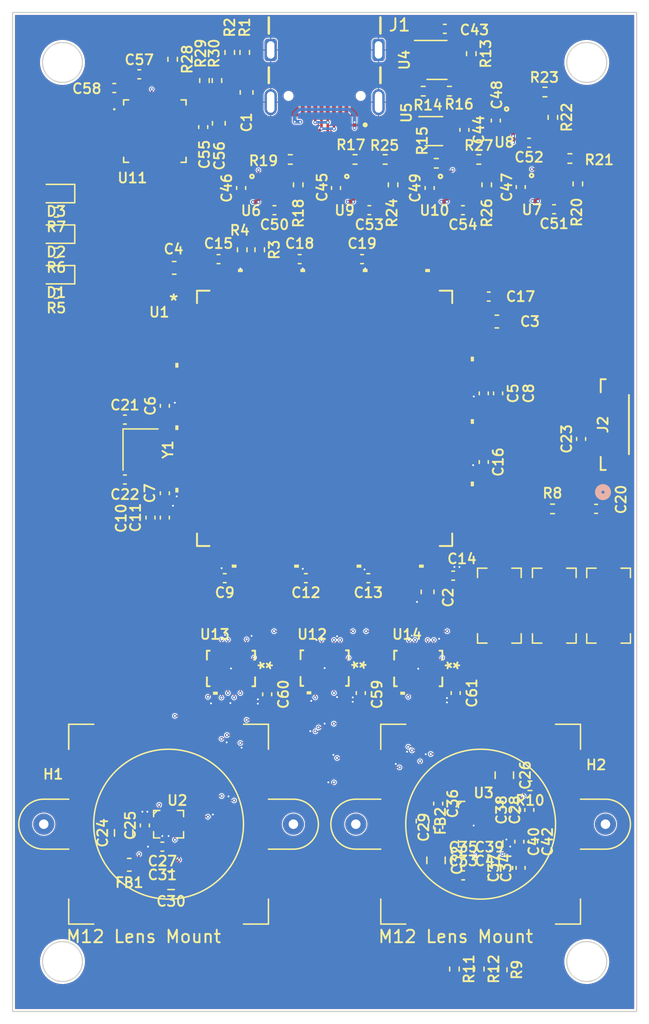
<source format=kicad_pcb>
(kicad_pcb (version 20211014) (generator pcbnew)
  (layers (0 "F.Cu" signal) (1 "In1.Cu" signal) (2 "In2.Cu" signal) (31 "B.Cu" signal) (34 "B.Paste" user) (35 "F.Paste" user) (36 "B.SilkS" user "B.Silkscreen") (37 "F.SilkS" user "F.Silkscreen") (38 "B.Mask" user) (39 "F.Mask" user) (44 "Edge.Cuts" user))
  (net 0 "")
  (net 1 "VCC")
  (net 2 "GND")
  (net 3 "Net-(C2-Pad1)")
  (net 4 "Net-(C3-Pad1)")
  (net 5 "+2V8")
  (net 6 "+3V3")
  (net 7 "/microcontroller/~rst")
  (net 8 "Net-(C21-Pad2)")
  (net 9 "Net-(C22-Pad2)")
  (net 10 "Net-(C24-Pad1)")
  (net 11 "+1V5")
  (net 12 "Net-(C32-Pad2)")
  (net 13 "Net-(C35-Pad2)")
  (net 14 "Net-(C39-Pad1)")
  (net 15 "Net-(C40-Pad1)")
  (net 16 "Net-(C41-Pad1)")
  (net 17 "Net-(C42-Pad1)")
  (net 18 "+1V2")
  (net 19 "+1V8")
  (net 20 "/ulpi/usb.d-")
  (net 21 "/ulpi/usb.d+")
  (net 23 "Net-(J1-PadB5)")
  (net 24 "Net-(J1-PadA5)")
  (net 26 "/microcontroller/swdio")
  (net 27 "/microcontroller/swdclk")
  (net 28 "/microcontroller/swo")
  (net 29 "/image sensors/cameras_i2c.sda")
  (net 30 "/image sensors/cameras_i2c.scl")
  (net 31 "Net-(D1-Pad2)")
  (net 32 "/image sensors/hm0360_cfg.xshut")
  (net 33 "/image sensors/hm0360_cfg.clksel")
  (net 34 "/image sensors/hm0360_cfg.xsleep")
  (net 35 "Net-(D2-Pad2)")
  (net 36 "/microcontroller/3v3_en")
  (net 37 "Net-(D3-Pad2)")
  (net 40 "/bus mux/camera_data.d4")
  (net 41 "/bus mux/camera_data.d6")
  (net 42 "/bus mux/camera_data.d7")
  (net 57 "/microcontroller/ulpi.stp")
  (net 59 "/microcontroller/ulpi.dir")
  (net 60 "/microcontroller/ulpi.nxt")
  (net 63 "/bus mux/camera_data.pclk")
  (net 64 "/microcontroller/ulpi.d0")
  (net 65 "/bus mux/camera_data.hsync")
  (net 66 "/microcontroller/ulpi.clk")
  (net 71 "/microcontroller/ulpi.d1")
  (net 72 "/microcontroller/ulpi.d2")
  (net 90 "/microcontroller/ulpi.d3")
  (net 91 "/microcontroller/ulpi.d4")
  (net 92 "/microcontroller/ulpi.d5")
  (net 93 "/microcontroller/ulpi.d6")
  (net 111 "/bus mux/camera_data.d0")
  (net 112 "/bus mux/camera_data.d1")
  (net 113 "/bus mux/camera_data.d2")
  (net 114 "/bus mux/camera_data.d3")
  (net 129 "/bus mux/camera_data.d5")
  (net 134 "/bus mux/camera_data.vsync")
  (net 137 "/bus mux/camera_select")
  (net 142 "/microcontroller/ulpi.d7")
  (net 147 "/image sensors/hm01b0_int")
  (net 148 "/bus mux/hm01b0_data.d3")
  (net 149 "/bus mux/hm01b0_data.d2")
  (net 150 "/bus mux/hm01b0_data.hsync")
  (net 151 "/bus mux/hm01b0_data.d1")
  (net 152 "/bus mux/hm01b0_data.d0")
  (net 153 "/image sensors/hm01b0_trig")
  (net 154 "/bus mux/hm01b0_data.vsync")
  (net 155 "/bus mux/hm01b0_data.pclk")
  (net 156 "/image sensors/hm01b0_mclk")
  (net 157 "/bus mux/hm0360_data.hsync")
  (net 158 "/bus mux/hm0360_data.d1")
  (net 159 "/bus mux/hm0360_data.d3")
  (net 160 "/bus mux/hm0360_data.d5")
  (net 161 "/bus mux/hm0360_data.d7")
  (net 163 "/bus mux/hm0360_data.d0")
  (net 164 "/bus mux/hm0360_data.pclk")
  (net 165 "/bus mux/hm0360_data.d2")
  (net 166 "/bus mux/hm0360_data.d4")
  (net 167 "/bus mux/hm0360_data.vsync")
  (net 168 "/bus mux/hm0360_data.d6")
  (net 170 "/image sensors/hm0360_int")
  (net 172 "/image sensors/hm0360_trig")
  (net 174 "/image sensors/hm0360_mipi.c+")
  (net 175 "/image sensors/hm0360_mipi.c-")
  (net 176 "/image sensors/hm0360_mipi.d+")
  (net 177 "/image sensors/hm0360_mipi.d-")
  (net 178 "/image sensors/hm0360_mclk")
  (net 183 "/microcontroller/ulpi_refclk")
  (net 187 "Net-(R8-Pad1)")
  (net 188 "Net-(R13-Pad2)")
  (net 189 "Net-(R16-Pad1)")
  (net 190 "Net-(R17-Pad1)")
  (net 191 "Net-(R18-Pad2)")
  (net 192 "Net-(R20-Pad2)")
  (net 200 "Net-(R22-Pad2)")
  (net 201 "Net-(R24-Pad2)")
  (net 202 "Net-(R26-Pad2)")
  (net 203 "Net-(R28-Pad2)")
  (net 204 "Net-(R29-Pad1)")
  (net 205 "Net-(R30-Pad1)")
  (footprint "Capacitor_SMD:C_0402_1005Metric" (layer "F.Cu") (at 40.714 13.979 90)
    (fp_text reference "C47")
    (fp_text value "1u")
  )
  (footprint "Capacitor_SMD:C_0402_1005Metric" (layer "F.Cu") (at 38.15 22.75)
    (fp_text reference "C17")
    (fp_text value "100n")
  )
  (footprint "LED_SMD:LED_0603_1608Metric" (layer "F.Cu") (at 3.5 21 180)
    (fp_text reference "D1")
    (fp_text value "LED")
  )
  (footprint "Resistor_SMD:R_0402_1005Metric" (layer "F.Cu") (at 29.851 11.768 180)
    (fp_text reference "R25")
    (fp_text value "2.2k")
  )
  (footprint "Capacitor_SMD:C_0402_1005Metric" (layer "F.Cu") (at 36.1 69.1)
    (fp_text reference "C33")
    (fp_text value "100n")
  )
  (footprint "Resistor_SMD:R_0402_1005Metric" (layer "F.Cu") (at 30.486 13.8 90)
    (fp_text reference "R24")
    (fp_text value "16k")
  )
  (footprint "diodes_incorporated:DFN200X200X60-8N" (layer "F.Cu") (at 20.6 13.8)
    (fp_text reference "U6")
    (fp_text value "AP7331-SNG-7")
  )
  (footprint "Capacitor_SMD:C_0603_1608Metric" (layer "F.Cu") (at 9.35 68.25 180)
    (fp_text reference "FB1")
    (fp_text value "FerriteBead_Small")
  )
  (footprint "Resistor_SMD:R_0402_1005Metric" (layer "F.Cu") (at 27.438 11.768)
    (fp_text reference "R17")
    (fp_text value "10k")
  )
  (footprint "Capacitor_SMD:C_0402_1005Metric" (layer "F.Cu") (at 37.75 36 -90)
    (fp_text reference "C16")
    (fp_text value "100n")
  )
  (footprint "Capacitor_SMD:C_0402_1005Metric" (layer "F.Cu") (at 34.1 63.35 -90)
    (fp_text reference "C36")
    (fp_text value "100n")
  )
  (footprint "Resistor_SMD:R_0402_1005Metric" (layer "F.Cu") (at 3.5 16 180)
    (fp_text reference "R7")
    (fp_text value "R_Small_US")
  )
  (footprint "himax:TL3302AFxxxQG" (layer "F.Cu") (at 39 47.5 -90)
    (fp_text reference "SW1" hide)
    (fp_text value "SW_Push" hide)
  )
  (footprint "Resistor_SMD:R_0402_1005Metric" (layer "F.Cu") (at 16.375 5.45 90)
    (fp_text reference "R30")
    (fp_text value "5.1k")
  )
  (footprint "himax:m12_lens_mount_mech" (layer "F.Cu") (at 12.5 65)
    (fp_text reference "H1")
    (fp_text value "m12_lens_mount_mech")
  )
  (footprint "Capacitor_SMD:C_0402_1005Metric" (layer "F.Cu") (at 12 67.9 180)
    (fp_text reference "C31")
    (fp_text value "100n")
  )
  (footprint "Capacitor_SMD:C_0402_1005Metric" (layer "F.Cu") (at 33.414 14.054 90)
    (fp_text reference "C49")
    (fp_text value "1u")
  )
  (footprint "Capacitor_SMD:C_0402_1005Metric" (layer "F.Cu") (at 45.55 34.15 90)
    (fp_text reference "C23")
    (fp_text value "100n")
  )
  (footprint "Capacitor_SMD:C_0402_1005Metric" (layer "F.Cu") (at 38.714 8.654 90)
    (fp_text reference "C48")
    (fp_text value "1u")
  )
  (footprint "Resistor_SMD:R_0402_1005Metric" (layer "F.Cu") (at 45.286 13.725 90)
    (fp_text reference "R20")
    (fp_text value "3.3k")
  )
  (footprint "Capacitor_SMD:C_0603_1608Metric" (layer "F.Cu") (at 33.25 46.4 -90)
    (fp_text reference "C2")
    (fp_text value "2.2u")
  )
  (footprint "himax:hm0360" (layer "F.Cu") (at 37.5 65)
    (fp_text reference "U3")
    (fp_text value "HM0360" hide)
  )
  (footprint "Capacitor_SMD:C_0402_1005Metric" (layer "F.Cu") (at 35.5 54.5 90)
    (fp_text reference "C61")
    (fp_text value "100n")
  )
  (footprint "Resistor_SMD:R_0402_1005Metric" (layer "F.Cu") (at 43.26 39.75 180)
    (fp_text reference "R8")
    (fp_text value "R_Small_US")
  )
  (footprint "74CBTLV3257BQ_115:DHVQFN16_SOT763-1_NEX" (layer "F.Cu") (at 17.5 52.532 -90)
    (fp_text reference "U13")
    (fp_text value "74CBTLV3257BQ_115")
  )
  (footprint "Capacitor_SMD:C_0402_1005Metric" (layer "F.Cu") (at 20.981 15.832 180)
    (fp_text reference "C50")
    (fp_text value "1u")
  )
  (footprint "Resistor_SMD:R_0402_1005Metric" (layer "F.Cu") (at 43.286 8.4 90)
    (fp_text reference "R22")
    (fp_text value "2.4k")
  )
  (footprint "Resistor_SMD:R_0402_1005Metric" (layer "F.Cu") (at 17.4 3.2 -90)
    (fp_text reference "R2")
    (fp_text value "5.1k")
  )
  (footprint "Resistor_SMD:R_0402_1005Metric" (layer "F.Cu") (at 37.351 11.768 180)
    (fp_text reference "R27")
    (fp_text value "2k")
  )
  (footprint "Capacitor_SMD:C_0402_1005Metric" (layer "F.Cu") (at 39.7 68.5 90)
    (fp_text reference "C37")
    (fp_text value "100n")
  )
  (footprint "Resistor_SMD:R_0402_1005Metric" (layer "F.Cu") (at 35.4 76.6 -90)
    (fp_text reference "R11")
    (fp_text value "5.1k")
  )
  (footprint "Capacitor_SMD:C_0402_1005Metric" (layer "F.Cu") (at 10.15 4.95)
    (fp_text reference "C57")
    (fp_text value "100n")
  )
  (footprint "Capacitor_SMD:C_0402_1005Metric" (layer "F.Cu") (at 36.2 9.4 -90)
    (fp_text reference "C44")
    (fp_text value "1u")
  )
  (footprint "Resistor_SMD:R_0402_1005Metric" (layer "F.Cu") (at 44.651 11.693 180)
    (fp_text reference "R21")
    (fp_text value "1.2k")
  )
  (footprint "Capacitor_SMD:C_0402_1005Metric" (layer "F.Cu") (at 28.5 45.3 180)
    (fp_text reference "C13")
    (fp_text value "100n")
  )
  (footprint "Capacitor_SMD:C_0402_1005Metric" (layer "F.Cu") (at 41.4 63.86 90)
    (fp_text reference "C28")
    (fp_text value "100n")
  )
  (footprint "Resistor_SMD:R_0402_1005Metric" (layer "F.Cu") (at 22.886 13.8 90)
    (fp_text reference "R18")
    (fp_text value "5.6k")
  )
  (footprint "Capacitor_SMD:C_0603_1608Metric" (layer "F.Cu") (at 32.85 64.75 -90)
    (fp_text reference "FB2")
    (fp_text value "FerriteBead_Small")
  )
  (footprint "Capacitor_SMD:C_0402_1005Metric" (layer "F.Cu") (at 8.15 6.05)
    (fp_text reference "C58")
    (fp_text value "100n")
  )
  (footprint "Capacitor_SMD:C_0402_1005Metric" (layer "F.Cu") (at 9 32.6)
    (fp_text reference "C21")
    (fp_text value "C_Small")
  )
  (footprint "Capacitor_SMD:C_0402_1005Metric" (layer "F.Cu") (at 27.9 54.5 90)
    (fp_text reference "C59")
    (fp_text value "100n")
  )
  (footprint "Capacitor_SMD:C_0402_1005Metric" (layer "F.Cu") (at 23 19.75)
    (fp_text reference "C18")
    (fp_text value "100n")
  )
  (footprint "Package_TO_SOT_SMD:SOT-353_SC-70-5" (layer "F.Cu") (at 33.75 9.5)
    (fp_text reference "U5")
    (fp_text value "74AHC1G08")
  )
  (footprint "Capacitor_SMD:C_0805_2012Metric" (layer "F.Cu") (at 12.7 69.5 180)
    (fp_text reference "C30")
    (fp_text value "10u")
  )
  (footprint "STM32F750Z8T6:LQFP-144_STM" (layer "F.Cu") (at 25 32.5)
    (fp_text reference "U1")
    (fp_text value "STM32F750Z8T6")
  )
  (footprint "Capacitor_SMD:C_0402_1005Metric" (layer "F.Cu") (at 12.2 38.5 -90)
    (fp_text reference "C7")
    (fp_text value "100n")
  )
  (footprint "Capacitor_SMD:C_0402_1005Metric" (layer "F.Cu") (at 15.275 9.175 -90)
    (fp_text reference "C55")
    (fp_text value "100n")
  )
  (footprint "Capacitor_SMD:C_0402_1005Metric" (layer "F.Cu") (at 28 19.75)
    (fp_text reference "C19")
    (fp_text value "100n")
  )
  (footprint "74CBTLV3257BQ_115:DHVQFN16_SOT763-1_NEX" (layer "F.Cu") (at 32.5 52.532 -90)
    (fp_text reference "U14")
    (fp_text value "74CBTLV3257BQ_115" hide)
  )
  (footprint "Capacitor_SMD:C_0402_1005Metric" (layer "F.Cu") (at 23.5 45.3 180)
    (fp_text reference "C12")
    (fp_text value "100n")
  )
  (footprint "diodes_incorporated:DFN200X200X60-8N" (layer "F.Cu") (at 35.7 13.8)
    (fp_text reference "U10")
    (fp_text value "AP7331-SNG-7")
  )
  (footprint "Resistor_SMD:R_0402_1005Metric" (layer "F.Cu") (at 33.95 12.075)
    (fp_text reference "R15")
    (fp_text value "10k")
  )
  (footprint "Capacitor_SMD:C_0402_1005Metric" (layer "F.Cu") (at 12 66.8 180)
    (fp_text reference "C27")
    (fp_text value "100n")
  )
  (footprint "Capacitor_SMD:C_0402_1005Metric" (layer "F.Cu") (at 38.2 68)
    (fp_text reference "C39")
    (fp_text value "100n")
  )
  (footprint "Resistor_SMD:R_0402_1005Metric" (layer "F.Cu") (at 12.825 3.75 -90)
    (fp_text reference "R28")
    (fp_text value "10k")
  )
  (footprint "Capacitor_SMD:C_0402_1005Metric" (layer "F.Cu") (at 36.1 68)
    (fp_text reference "C35")
    (fp_text value "100n")
  )
  (footprint "Resistor_SMD:R_0402_1005Metric" (layer "F.Cu") (at 36.75 3.3 -90)
    (fp_text reference "R13")
    (fp_text value "10k")
  )
  (footprint "LED_SMD:LED_0603_1608Metric" (layer "F.Cu") (at 3.5 14.5 180)
    (fp_text reference "D3")
    (fp_text value "LED")
  )
  (footprint "himax:m12_lens_mount_mech" (layer "F.Cu") (at 37.5 65)
    (fp_text reference "H2")
    (fp_text value "m12_lens_mount_mech")
  )
  (footprint "Capacitor_SMD:C_0402_1005Metric" (layer "F.Cu") (at 36.081 15.832 180)
    (fp_text reference "C54")
    (fp_text value "1u")
  )
  (footprint "Capacitor_SMD:C_0402_1005Metric" (layer "F.Cu") (at 37.75 30.5 -90)
    (fp_text reference "C5")
    (fp_text value "100n")
  )
  (footprint "Capacitor_SMD:C_0402_1005Metric" (layer "F.Cu") (at 34.1 65.25 90)
    (fp_text reference "C29")
    (fp_text value "100n")
  )
  (footprint "Resistor_SMD:R_0402_1005Metric" (layer "F.Cu") (at 37.39 76.6 -90)
    (fp_text reference "R12")
    (fp_text value "5.1k")
  )
  (footprint "USB3320C_EZK:QFN50P500X500X100-33N330X330" (layer "F.Cu") (at 11.4 9.5)
    (fp_text reference "U11")
    (fp_text value "USB3320C-EZK-TR")
  )
  (footprint "diodes_incorporated:DFN200X200X60-8N" (layer "F.Cu") (at 43 13.725)
    (fp_text reference "U7")
    (fp_text value "AP7331-SNG-7")
  )
  (footprint "Capacitor_SMD:C_0805_2012Metric" (layer "F.Cu") (at 8.9 65.7 90)
    (fp_text reference "C24")
    (fp_text value "10u")
  )
  (footprint "Capacitor_SMD:C_0402_1005Metric" (layer "F.Cu") (at 43.381 15.757 180)
    (fp_text reference "C51")
    (fp_text value "1u")
  )
  (footprint "Crystal:Crystal_SMD_2520-4Pin_2.5x2.0mm" (layer "F.Cu") (at 10.25 35 -90)
    (fp_text reference "Y1")
    (fp_text value "12MHz")
  )
  (footprint "Capacitor_SMD:C_0402_1005Metric" (layer "F.Cu") (at 18.314 14.054 90)
    (fp_text reference "C46")
    (fp_text value "1u")
  )
  (footprint "Resistor_SMD:R_0402_1005Metric" (layer "F.Cu") (at 41.45 61.925 180)
    (fp_text reference "R10")
    (fp_text value "0")
  )
  (footprint "Resistor_SMD:R_0402_1005Metric" (layer "F.Cu") (at 15.375 5.45 90)
    (fp_text reference "R29")
    (fp_text value "12k 1%")
  )
  (footprint "Resistor_SMD:R_0402_1005Metric" (layer "F.Cu") (at 22.251 11.768 180)
    (fp_text reference "R19")
    (fp_text value "1.6k")
  )
  (footprint "Capacitor_SMD:C_0402_1005Metric" (layer "F.Cu") (at 34.631 1.31 180)
    (fp_text reference "C43")
    (fp_text value "1u")
  )
  (footprint "LED_SMD:LED_0603_1608Metric" (layer "F.Cu") (at 3.5 17.75 180)
    (fp_text reference "D2")
    (fp_text value "LED")
  )
  (footprint "USB4105_GF_A:GCT_USB4105GFA" (layer "F.Cu") (at 25 3 180)
    (fp_text reference "J1")
    (fp_text value "USB4105GFA")
  )
  (footprint "Capacitor_SMD:C_0402_1005Metric" (layer "F.Cu") (at 12.2 40.45 90)
    (fp_text reference "C11")
    (fp_text value "1u")
  )
  (footprint "Resistor_SMD:R_0402_1005Metric" (layer "F.Cu") (at 42.651 6.368 180)
    (fp_text reference "R23")
    (fp_text value "1.2k")
  )
  (footprint "Resistor_SMD:R_0402_1005Metric" (layer "F.Cu") (at 32.9 6.3 180)
    (fp_text reference "R14")
    (fp_text value "10k")
  )
  (footprint "Capacitor_SMD:C_0402_1005Metric" (layer "F.Cu") (at 40.33 63.86 90)
    (fp_text reference "C38")
    (fp_text value "100n")
  )
  (footprint "Resistor_SMD:R_0402_1005Metric" (layer "F.Cu") (at 3.5 19.25 180)
    (fp_text reference "R6")
    (fp_text value "R_Small_US")
  )
  (footprint "Capacitor_SMD:C_0603_1608Metric" (layer "F.Cu") (at 18.75 6.4 -90)
    (fp_text reference "C1")
    (fp_text value "4.7u")
  )
  (footprint "Capacitor_SMD:C_0603_1608Metric" (layer "F.Cu") (at 38.8 24.75)
    (fp_text reference "C3")
    (fp_text value "2.2u")
  )
  (footprint "74CBTLV3257BQ_115:DHVQFN16_SOT763-1_NEX" (layer "F.Cu") (at 25 52.5 -90)
    (fp_text reference "U12")
    (fp_text value "74CBTLV3257BQ_115")
  )
  (footprint "Resistor_SMD:R_0402_1005Metric" (layer "F.Cu") (at 3.5 22.5 180)
    (fp_text reference "R5")
    (fp_text value "R_Small_US")
  )
  (footprint "himax:hm01b0-xWA" (layer "F.Cu") (at 12.5 65)
    (fp_text reference "U2")
    (fp_text value "hm01b0-mwa" hide)
  )
  (footprint "Capacitor_SMD:C_0603_1608Metric" (layer "F.Cu") (at 12.95 20.45 180)
    (fp_text reference "C4")
    (fp_text value "4.7u")
  )
  (footprint "Capacitor_SMD:C_0402_1005Metric" (layer "F.Cu") (at 38.2 69.1)
    (fp_text reference "C41")
    (fp_text value "100n")
  )
  (footprint "Capacitor_SMD:C_0402_1005Metric" (layer "F.Cu") (at 28.581 15.832 180)
    (fp_text reference "C53")
    (fp_text value "1u")
  )
  (footprint "Resistor_SMD:R_0402_1005Metric" (layer "F.Cu") (at 19.8 19 -90)
    (fp_text reference "R3")
    (fp_text value "10k")
  )
  (footprint "himax:TL3302AFxxxQG" (layer "F.Cu") (at 43.4 47.5 90)
    (fp_text reference "SW2" hide)
    (fp_text value "SW_Push" hide)
  )
  (footprint "Capacitor_SMD:C_0402_1005Metric" (layer "F.Cu") (at 40.7 68.5 90)
    (fp_text reference "C34")
    (fp_text value "100n")
  )
  (footprint "Capacitor_SMD:C_0402_1005Metric" (layer "F.Cu") (at 41.381 10.432 180)
    (fp_text reference "C52")
    (fp_text value "1u")
  )
  (footprint "Resistor_SMD:R_0402_1005Metric" (layer "F.Cu") (at 18.6 3.2 -90)
    (fp_text reference "R1")
    (fp_text value "5.1k")
  )
  (footprint "Resistor_SMD:R_0402_1005Metric" (layer "F.Cu") (at 35 6.3 180)
    (fp_text reference "R16")
    (fp_text value "10k")
  )
  (footprint "Resistor_SMD:R_0402_1005Metric" (layer "F.Cu") (at 39.23 76.66 -90)
    (fp_text reference "R9")
    (fp_text value "5.1k")
  )
  (footprint "diodes_incorporated:DFN200X200X60-8N" (layer "F.Cu") (at 28.2 13.8)
    (fp_text reference "U9")
    (fp_text value "AP7331-SNG-7")
  )
  (footprint "himax:TL3302AFxxxQG" (layer "F.Cu") (at 47.75 47.5 90)
    (fp_text reference "SW3" hide)
    (fp_text value "SW_Push" hide)
  )
  (footprint "Resistor_SMD:R_0402_1005Metric" (layer "F.Cu") (at 37.986 13.8 90)
    (fp_text reference "R26")
    (fp_text value "12k")
  )
  (footprint "Capacitor_SMD:C_0402_1005Metric" (layer "F.Cu") (at 11.05 40.45 90)
    (fp_text reference "C10")
    (fp_text value "100n")
  )
  (footprint "Capacitor_SMD:C_0603_1608Metric" (layer "F.Cu") (at 16.525 8.875 -90)
    (fp_text reference "C56")
    (fp_text value "2.2u")
  )
  (footprint "Capacitor_SMD:C_0805_2012Metric" (layer "F.Cu") (at 33.925 67.9 -90)
    (fp_text reference "C32")
    (fp_text value "10u")
  )
  (footprint "Capacitor_SMD:C_0402_1005Metric" (layer "F.Cu") (at 12.2 31.5 90)
    (fp_text reference "C6")
    (fp_text value "100n")
  )
  (footprint "Capacitor_SMD:C_0402_1005Metric" (layer "F.Cu") (at 35.3 45.1)
    (fp_text reference "C14")
    (fp_text value "100n")
  )
  (footprint "Capacitor_SMD:C_0805_2012Metric" (layer "F.Cu") (at 39.4 61.075 -90)
    (fp_text reference "C26")
    (fp_text value "10u")
  )
  (footprint "BM06B_SURS_TF:CONN6x1_BM06B-SURS-TF_JST" (layer "F.Cu") (at 48.25 33 90)
    (fp_text reference "J2")
    (fp_text value "BM06B-SURS-TF_SWD")
  )
  (footprint "Package_TO_SOT_SMD:SOT-23-5" (layer "F.Cu") (at 34 3.8)
    (fp_text reference "U4")
    (fp_text value "TL331")
  )
  (footprint "Capacitor_SMD:C_0402_1005Metric" (layer "F.Cu") (at 17 45.3 180)
    (fp_text reference "C9")
    (fp_text value "100n")
  )
  (footprint "Resistor_SMD:R_0402_1005Metric" (layer "F.Cu") (at 18.4 19 -90)
    (fp_text reference "R4")
    (fp_text value "10k")
  )
  (footprint "Capacitor_SMD:C_0402_1005Metric" (layer "F.Cu") (at 16.5 19.75)
    (fp_text reference "C15")
    (fp_text value "100n")
  )
  (footprint "Capacitor_SMD:C_0402_1005Metric" (layer "F.Cu") (at 25.914 14.054 90)
    (fp_text reference "C45")
    (fp_text value "1u")
  )
  (footprint "Capacitor_SMD:C_0402_1005Metric" (layer "F.Cu") (at 20.4 54.6 90)
    (fp_text reference "C60")
    (fp_text value "100n")
  )
  (footprint "Capacitor_SMD:C_0402_1005Metric" (layer "F.Cu") (at 40.6 66.4 -90)
    (fp_text reference "C40")
    (fp_text value "100n")
  )
  (footprint "Capacitor_SMD:C_0402_1005Metric" (layer "F.Cu") (at 38.9 30.5 -90)
    (fp_text reference "C8")
    (fp_text value "1u")
  )
  (footprint "diodes_incorporated:DFN200X200X60-8N" (layer "F.Cu") (at 41 8.4)
    (fp_text reference "U8")
    (fp_text value "AP7331-SNG-7")
  )
  (footprint "Capacitor_SMD:C_0402_1005Metric" (layer "F.Cu") (at 41.7 66.4 -90)
    (fp_text reference "C42")
    (fp_text value "100n")
  )
  (footprint "Capacitor_SMD:C_0402_1005Metric" (layer "F.Cu") (at 46.75 39.75 180)
    (fp_text reference "C20")
    (fp_text value "100n")
  )
  (footprint "Capacitor_SMD:C_0402_1005Metric" (layer "F.Cu") (at 10.6 65.1 90)
    (fp_text reference "C25")
    (fp_text value "100n")
  )
  (footprint "Capacitor_SMD:C_0402_1005Metric" (layer "F.Cu") (at 9 37.4)
    (fp_text reference "C22")
    (fp_text value "C_Small")
  )
  (gr_circle (center 4 76) (end 5.6 76) (layer "Edge.Cuts") (width 0.1) (fill none))
  (gr_circle (center 4 4) (end 5.6 4) (layer "Edge.Cuts") (width 0.1) (fill none))
  (gr_circle (center 46 4) (end 47.6 4) (layer "Edge.Cuts") (width 0.1) (fill none))
  (gr_circle (center 46 76) (end 47.6 76) (layer "Edge.Cuts") (width 0.1) (fill none))
  (gr_line (start 50 0) (end 50 80) (layer "Edge.Cuts") (width 0.1))
  (gr_line (start 50 80) (end 0 80) (layer "Edge.Cuts") (width 0.1))
  (gr_line (start 0 0) (end 50 0) (layer "Edge.Cuts") (width 0.1))
  (gr_line (start 0 80) (end 0 0) (layer "Edge.Cuts") (width 0.1))
  (segment (start 19.7 13.15) (end 19.7 12.625) (width 0.1524) (layer "F.Cu") (net 1))
  (segment (start 19.7 15.175) (end 19.25 15.175) (width 0.3048) (layer "F.Cu") (net 1))
  (segment (start 42.1 12.7) (end 41.95 12.55) (width 0.1524) (layer "F.Cu") (net 1))
  (segment (start 33.414 14.534) (end 34.016 14.534) (width 0.1524) (layer "F.Cu") (net 1))
  (segment (start 41.45 14.35) (end 42.1 14.35) (width 0.1524) (layer "F.Cu") (net 1))
  (segment (start 40.1 9.05) (end 40.1 9.9) (width 0.3048) (layer "F.Cu") (net 1))
  (segment (start 27.3 15.15) (end 26.85 15.15) (width 0.3048) (layer "F.Cu") (net 1))
  (segment (start 34.15 14.45) (end 34.8 14.45) (width 0.1524) (layer "F.Cu") (net 1))
  (segment (start 26.6 14.45) (end 27.3 14.45) (width 0.1524) (layer "F.Cu") (net 1))
  (segment (start 34.8 13.05) (end 35.25 12.6) (width 0.1524) (layer "F.Cu") (net 1))
  (segment (start 25.914 14.534) (end 26.516 14.534) (width 0.1524) (layer "F.Cu") (net 1))
  (segment (start 27.3 15.15) (end 27.3 14.45) (width 0.3048) (layer "F.Cu") (net 1))
  (segment (start 42.1 14.375) (end 42.1 15.1) (width 0.3048) (layer "F.Cu") (net 1))
  (segment (start 42.1 13.075) (end 42.1 12.7) (width 0.1524) (layer "F.Cu") (net 1))
  (segment (start 34.8 14.45) (end 34.8 15.15) (width 0.3048) (layer "F.Cu") (net 1))
  (segment (start 40.1 9.9) (end 40.1 10.4) (width 0.3048) (layer "F.Cu") (net 1))
  (segment (start 34.8 13.15) (end 34.8 13.05) (width 0.1524) (layer "F.Cu") (net 1))
  (segment (start 22.6 8.75) (end 23.05 8.75) (width 0.3048) (layer "F.Cu") (net 1))
  (segment (start 41.95 12.55) (end 41.6 12.55) (width 0.1524) (layer "F.Cu") (net 1))
  (segment (start 27.4 7.755) (end 27.4 8.79) (width 0.3048) (layer "F.Cu") (net 1))
  (segment (start 26.516 14.534) (end 26.6 14.45) (width 0.1524) (layer "F.Cu") (net 1))
  (segment (start 18.314 14.534) (end 18.991 14.534) (width 0.1524) (layer "F.Cu") (net 1))
  (segment (start 40.714 14.459) (end 41.341 14.459) (width 0.1524) (layer "F.Cu") (net 1))
  (segment (start 27.4 8.79) (end 27.4 9.25) (width 0.3048) (layer "F.Cu") (net 1))
  (segment (start 41.341 14.459) (end 41.45 14.35) (width 0.1524) (layer "F.Cu") (net 1))
  (segment (start 19.7 14.45) (end 19.7 15.175) (width 0.3048) (layer "F.Cu") (net 1))
  (segment (start 22.6 7.755) (end 22.6 8.75) (width 0.3048) (layer "F.Cu") (net 1))
  (segment (start 42.1 15.1) (end 41.65 15.1) (width 0.3048) (layer "F.Cu") (net 1))
  (segment (start 19.1 14.425) (end 19.65 14.425) (width 0.1524) (layer "F.Cu") (net 1))
  (segment (start 34.35 15.15) (end 34.8 15.15) (width 0.3048) (layer "F.Cu") (net 1))
  (segment (start 34.016 14.534) (end 34.066 14.534) (width 0.1524) (layer "F.Cu") (net 1))
  (segment (start 34.066 14.534) (end 34.15 14.45) (width 0.1524) (layer "F.Cu") (net 1))
  (segment (start 18.991 14.534) (end 19.1 14.425) (width 0.1524) (layer "F.Cu") (net 1))
  (via (at 22.6 8.75) (size 0.3024) (drill 0.15) (layers "F.Cu" "B.Cu") (net 1))
  (via (at 34.8 15.15) (size 0.3024) (drill 0.15) (layers "F.Cu" "B.Cu") (net 1))
  (via (at 34.35 15.15) (size 0.3024) (drill 0.15) (layers "F.Cu" "B.Cu") (net 1))
  (via (at 23.05 8.75) (size 0.3024) (drill 0.15) (layers "F.Cu" "B.Cu") (net 1))
  (via (at 35.25 12.6) (size 0.3024) (drill 0.15) (layers "F.Cu" "B.Cu") (net 1))
  (via (at 27.4 9.25) (size 0.3024) (drill 0.15) (layers "F.Cu" "B.Cu") (net 1))
  (via (at 40.1 9.9) (size 0.3024) (drill 0.15) (layers "F.Cu" "B.Cu") (net 1))
  (via (at 19.7 12.625) (size 0.3024) (drill 0.15) (layers "F.Cu" "B.Cu") (net 1))
  (via (at 41.6 12.55) (size 0.3024) (drill 0.15) (layers "F.Cu" "B.Cu") (net 1))
  (via (at 40.1 10.4) (size 0.3024) (drill 0.15) (layers "F.Cu" "B.Cu") (net 1))
  (via (at 42.1 15.1) (size 0.3024) (drill 0.15) (layers "F.Cu" "B.Cu") (net 1))
  (via (at 19.7 15.175) (size 0.3024) (drill 0.15) (layers "F.Cu" "B.Cu") (net 1))
  (via (at 27.4 8.79) (size 0.3024) (drill 0.15) (layers "F.Cu" "B.Cu") (net 1))
  (via (at 41.65 15.1) (size 0.3024) (drill 0.15) (layers "F.Cu" "B.Cu") (net 1))
  (via (at 27.3 15.15) (size 0.3024) (drill 0.15) (layers "F.Cu" "B.Cu") (net 1))
  (via (at 26.85 15.15) (size 0.3024) (drill 0.15) (layers "F.Cu" "B.Cu") (net 1))
  (via (at 19.25 15.175) (size 0.3024) (drill 0.15) (layers "F.Cu" "B.Cu") (net 1))
  (segment (start 22.6 8.75) (end 22.6 8.11) (width 0.3048) (layer "B.Cu") (net 1))
  (segment (start 27.4 8.17) (end 27.4 8.79) (width 0.3048) (layer "B.Cu") (net 1))
  (segment (start 22.6 8.11) (end 22.95 7.76) (width 0.3048) (layer "B.Cu") (net 1))
  (segment (start 26.99 7.76) (end 27.4 8.17) (width 0.3048) (layer "B.Cu") (net 1))
  (segment (start 22.6 8.75) (end 23.05 8.75) (width 0.3048) (layer "B.Cu") (net 1))
  (segment (start 22.95 7.76) (end 26.99 7.76) (width 0.3048) (layer "B.Cu") (net 1))
  (via (at 23.85 57.55) (size 0.3024) (drill 0.15) (layers "F.Cu" "B.Cu") (net 2))
  (via (at 28.25 20.5) (size 0.3024) (drill 0.15) (layers "F.Cu" "B.Cu") (net 2))
  (via (at 34.8 54.9) (size 0.3024) (drill 0.15) (layers "F.Cu" "B.Cu") (net 2))
  (via (at 19.65 55.35) (size 0.3024) (drill 0.15) (layers "F.Cu" "B.Cu") (net 2))
  (via (at 15.9 55.325) (size 0.3024) (drill 0.15) (layers "F.Cu" "B.Cu") (net 2))
  (via (at 36.94 65.11) (size 0.3024) (drill 0.15) (layers "F.Cu" "B.Cu") (net 2))
  (via (at 26 54.825) (size 0.3024) (drill 0.15) (layers "F.Cu" "B.Cu") (net 2))
  (via (at 19.15 49.925) (size 0.3024) (drill 0.15) (layers "F.Cu" "B.Cu") (net 2))
  (via (at 34.8 55.25) (size 0.3024) (drill 0.15) (layers "F.Cu" "B.Cu") (net 2))
  (via (at 10.4 64) (size 0.3024) (drill 0.15) (layers "F.Cu" "B.Cu") (net 2))
  (via (at 19.65 55) (size 0.3024) (drill 0.15) (layers "F.Cu" "B.Cu") (net 2))
  (via (at 34.175 50.15) (size 0.3024) (drill 0.15) (layers "F.Cu" "B.Cu") (net 2))
  (via (at 31.975 49.9) (size 0.3024) (drill 0.15) (layers "F.Cu" "B.Cu") (net 2))
  (via (at 12.5 65.95) (size 0.3024) (drill 0.15) (layers "F.Cu" "B.Cu") (net 2))
  (via (at 23.25 20.5) (size 0.3024) (drill 0.15) (layers "F.Cu" "B.Cu") (net 2))
  (via (at 12 65.95) (size 0.3024) (drill 0.15) (layers "F.Cu" "B.Cu") (net 2))
  (via (at 23.25 44.55) (size 0.3024) (drill 0.15) (layers "F.Cu" "B.Cu") (net 2))
  (via (at 39.56 66.23) (size 0.3024) (drill 0.15) (layers "F.Cu" "B.Cu") (net 2))
  (via (at 27.25 54.85) (size 0.3024) (drill 0.15) (layers "F.Cu" "B.Cu") (net 2))
  (via (at 13 31.25) (size 0.3024) (drill 0.15) (layers "F.Cu" "B.Cu") (net 2))
  (via (at 24.35 50.25) (size 0.3024) (drill 0.15) (layers "F.Cu" "B.Cu") (net 2))
  (via (at 12.85 39.5) (size 0.3024) (drill 0.15) (layers "F.Cu" "B.Cu") (net 2))
  (via (at 25.7 59.45) (size 0.3024) (drill 0.15) (layers "F.Cu" "B.Cu") (net 2))
  (via (at 18.25 20.5) (size 0.3024) (drill 0.15) (layers "F.Cu" "B.Cu") (net 2))
  (via (at 17.025 49.85) (size 0.3024) (drill 0.15) (layers "F.Cu" "B.Cu") (net 2))
  (via (at 17.5 52.532) (size 0.3024) (drill 0.15) (layers "F.Cu" "B.Cu") (net 2))
  (via (at 35.4 44.4) (size 0.3024) (drill 0.15) (layers "F.Cu" "B.Cu") (net 2))
  (via (at 36.95 30.75) (size 0.3024) (drill 0.15) (layers "F.Cu" "B.Cu") (net 2))
  (via (at 28.2 44.6) (size 0.3024) (drill 0.15) (layers "F.Cu" "B.Cu") (net 2))
  (via (at 35.8 44.4) (size 0.3024) (drill 0.15) (layers "F.Cu" "B.Cu") (net 2))
  (via (at 38.27 67.12) (size 0.3024) (drill 0.15) (layers "F.Cu" "B.Cu") (net 2))
  (via (at 17.3 62.775) (size 0.3024) (drill 0.15) (layers "F.Cu" "B.Cu") (net 2))
  (via (at 17.15 58.45) (size 0.3024) (drill 0.15) (layers "F.Cu" "B.Cu") (net 2))
  (via (at 36.9 36.25) (size 0.3024) (drill 0.15) (layers "F.Cu" "B.Cu") (net 2))
  (via (at 30.7 60.175) (size 0.3024) (drill 0.15) (layers "F.Cu" "B.Cu") (net 2))
  (via (at 16.05 64.225) (size 0.3024) (drill 0.15) (layers "F.Cu" "B.Cu") (net 2))
  (via (at 25.3 61.65) (size 0.3024) (drill 0.15) (layers "F.Cu" "B.Cu") (net 2))
  (via (at 17.45 55.3) (size 0.3024) (drill 0.15) (layers "F.Cu" "B.Cu") (net 2))
  (via (at 27.25 55.2) (size 0.3024) (drill 0.15) (layers "F.Cu" "B.Cu") (net 2))
  (via (at 16.75 44.5) (size 0.3024) (drill 0.15) (layers "F.Cu" "B.Cu") (net 2))
  (via (at 31.6 59.2) (size 0.3024) (drill 0.15) (layers "F.Cu" "B.Cu") (net 2))
  (via (at 18.35 58.875) (size 0.3024) (drill 0.15) (layers "F.Cu" "B.Cu") (net 2))
  (via (at 25 52.5) (size 0.3024) (drill 0.15) (layers "F.Cu" "B.Cu") (net 2))
  (via (at 39.87 66.79) (size 0.3024) (drill 0.15) (layers "F.Cu" "B.Cu") (net 2))
  (via (at 13.15 38.75) (size 0.3024) (drill 0.15) (layers "F.Cu" "B.Cu") (net 2))
  (via (at 10.85 66.8) (size 0.3024) (drill 0.15) (layers "F.Cu" "B.Cu") (net 2))
  (via (at 32.4 47.2) (size 0.3024) (drill 0.15) (layers "F.Cu" "B.Cu") (net 2))
  (via (at 33.1 59.4) (size 0.3024) (drill 0.15) (layers "F.Cu" "B.Cu") (net 2))
  (via (at 25 56.95) (size 0.3024) (drill 0.15) (layers "F.Cu" "B.Cu") (net 2))
  (via (at 26 49.95) (size 0.3024) (drill 0.15) (layers "F.Cu" "B.Cu") (net 2))
  (via (at 10.8 64) (size 0.3024) (drill 0.15) (layers "F.Cu" "B.Cu") (net 2))
  (via (at 23.925 55.125) (size 0.3024) (drill 0.15) (layers "F.Cu" "B.Cu") (net 2))
  (via (at 32.5 52.55) (size 0.3024) (drill 0.15) (layers "F.Cu" "B.Cu") (net 2))
  (segment (start 33.250001 43.2188) (end 33.25 45.65) (width 0.1524) (layer "F.Cu") (net 3))
  (segment (start 35.7188 24.75) (end 38 24.75) (width 0.1016) (layer "F.Cu") (net 4))
  (segment (start 27.9 52.75) (end 27.9 49.1) (width 0.1524) (layer "F.Cu") (net 5))
  (segment (start 17.5 44.7) (end 17.5 45.2) (width 0.1524) (layer "F.Cu") (net 5))
  (segment (start 47.35 35) (end 47.35 35.05) (width 0.1524) (layer "F.Cu") (net 5))
  (segment (start 27.9 49.1) (end 27.85 49.05) (width 0.1524) (layer "F.Cu") (net 5))
  (segment (start 17.45 25.85) (end 17.45 26.3) (width 0.3048) (layer "F.Cu") (net 5))
  (segment (start 13.3 67.9) (end 12.5 67.9) (width 0.127) (layer "F.Cu") (net 5))
  (segment (start 36.6 14.45) (end 36.6 15.75) (width 0.2286) (layer "F.Cu") (net 5))
  (segment (start 36.62 64.56) (end 36.405 64.775) (width 0.0762) (layer "F.Cu") (net 5))
  (segment (start 13.100001 31.749999) (end 12.85 32) (width 0.1524) (layer "F.Cu") (net 5))
  (segment (start 38.606189 63.893811) (end 38.606189 63.443811) (width 0.0762) (layer "F.Cu") (net 5))
  (segment (start 38.38 64.12) (end 38.606189 63.893811) (width 0.0762) (layer "F.Cu") (net 5))
  (segment (start 14.2812 39.249999) (end 15.75 39.25) (width 0.1524) (layer "F.Cu") (net 5))
  (segment (start 17.45 26.3) (end 17.45 31.7) (width 0.3048) (layer "F.Cu") (net 5))
  (segment (start 28.75 44.45) (end 28.95 44.65) (width 0.1524) (layer "F.Cu") (net 5))
  (segment (start 42.78 35.52) (end 43.67 34.63) (width 0.1524) (layer "F.Cu") (net 5))
  (segment (start 12.62 40.93) (end 12.95 40.6) (width 0.1524) (layer "F.Cu") (net 5))
  (segment (start 35.2 22.3) (end 32.5 25) (width 0.3048) (layer "F.Cu") (net 5))
  (segment (start 17.25 42.05) (end 17.25 43.2) (width 0.1524) (layer "F.Cu") (net 5))
  (segment (start 24 44.7) (end 24 45.25) (width 0.1524) (layer "F.Cu") (net 5))
  (segment (start 34.8 43.75) (end 34.8 45.05) (width 0.1524) (layer "F.Cu") (net 5))
  (segment (start 23.75 44.45) (end 24 44.7) (width 0.1524) (layer "F.Cu") (net 5))
  (segment (start 27.9 52.75) (end 26.75 52.75) (width 0.1524) (layer "F.Cu") (net 5))
  (segment (start 40.886189 63.893811) (end 41.39 63.39) (width 0.0762) (layer "F.Cu") (net 5))
  (segment (start 35.7188 35.750001) (end 32.5 35.75) (width 0.1524) (layer "F.Cu") (net 5))
  (segment (start 16.7188 21.7812) (end 16.75 21.75) (width 0.1016) (layer "F.Cu") (net 5))
  (segment (start 23.7 40.1) (end 17.85 40.1) (width 0.3048) (layer "F.Cu") (net 5))
  (segment (start 36.561 20.939) (end 35.2 22.3) (width 0.3048) (layer "F.Cu") (net 5))
  (segment (start 13.35 66) (end 13.35 67.85) (width 0.127) (layer "F.Cu") (net 5))
  (segment (start 10.125 68.25) (end 10.125 67.425) (width 0.127) (layer "F.Cu") (net 5))
  (segment (start 37.28 65.66) (end 37.28 66.11) (width 0.0762) (layer "F.Cu") (net 5))
  (segment (start 20.382063 52.782063) (end 20.4 52.8) (width 0.1524) (layer "F.Cu") (net 5))
  (segment (start 32.5 39.4) (end 32.175 39.725) (width 0.3048) (layer "F.Cu") (net 5))
  (segment (start 33.75 43.2188) (end 33.75 41.3) (width 0.1524) (layer "F.Cu") (net 5))
  (segment (start 28.75 43.2188) (end 28.75 40.1) (width 0.1524) (layer "F.Cu") (net 5))
  (segment (start 32.175 39.725) (end 31.8 40.1) (width 0.3048) (layer "F.Cu") (net 5))
  (segment (start 46.25 34.9) (end 46.35 35) (width 0.1524) (layer "F.Cu") (net 5))
  (segment (start 33.75 43.2188) (end 34.2688 43.2188) (width 0.1524) (layer "F.Cu") (net 5))
  (segment (start 37.67 22.75) (end 36.1 22.75) (width 0.1016) (layer "F.Cu") (net 5))
  (segment (start 28.95 44.65) (end 28.95 45.25) (width 0.1524) (layer "F.Cu") (net 5))
  (segment (start 31.8 40.1) (end 30.95 40.1) (width 0.3048) (layer "F.Cu") (net 5))
  (segment (start 32.5 25) (end 32.5 35.75) (width 0.3048) (layer "F.Cu") (net 5))
  (segment (start 36.561 15.832) (end 36.561 16.639) (width 0.1524) (layer "F.Cu") (net 5))
  (segment (start 35.875 22.975) (end 35.7 23.15) (width 0.1016) (layer "F.Cu") (net 5))
  (segment (start 17.25 40.7) (end 17.25 42.05) (width 0.3048) (layer "F.Cu") (net 5))
  (segment (start 36.899999 35.750001) (end 37.1 35.55) (width 0.1524) (layer "F.Cu") (net 5))
  (segment (start 14.2812 38.249999) (end 13.05 38.25) (width 0.1524) (layer "F.Cu") (net 5))
  (segment (start 17.45 38.65) (end 16.85 39.25) (width 0.3048) (layer "F.Cu") (net 5))
  (segment (start 35.45 52.75) (end 35.45 54) (width 0.1524) (layer "F.Cu") (net 5))
  (segment (start 17.25 44.45) (end 17.5 44.7) (width 0.1524) (layer "F.Cu") (net 5))
  (segment (start 13.299999 39.750001) (end 12.95 40.1) (width 0.1524) (layer "F.Cu") (net 5))
  (segment (start 12.95 40.1) (end 12.95 40.6) (width 0.1524) (layer "F.Cu") (net 5))
  (segment (start 28.75 40.1) (end 23.7 40.1) (width 0.3048) (layer "F.Cu") (net 5))
  (segment (start 17.35 40.6) (end 17.25 40.7) (width 0.3048) (layer "F.Cu") (net 5))
  (segment (start 32.5 25) (end 18.3 25) (width 0.3048) (layer "F.Cu") (net 5))
  (segment (start 32.5 35.75) (end 32.5 39.4) (width 0.3048) (layer "F.Cu") (net 5))
  (segment (start 46.35 35) (end 47.35 35) (width 0.1524) (layer "F.Cu") (net 5))
  (segment (start 16.25 21.7812) (end 16.7188 21.7812) (width 0.1016) (layer "F.Cu") (net 5))
  (segment (start 38.606189 63.893811) (end 40.886189 63.893811) (width 0.0762) (layer "F.Cu") (net 5))
  (segment (start 36.8 47.7) (end 35.45 49.05) (width 0.3048) (layer "F.Cu") (net 5))
  (segment (start 14.2812 31.749999) (end 17.400001 31.749999) (width 0.1524) (layer "F.Cu") (net 5))
  (segment (start 14.2812 39.750001) (end 14.2812 39.2688) (width 0.1524) (layer "F.Cu") (net 5))
  (segment (start 27.85 49.05) (end 20.8 49.05) (width 0.3048) (layer "F.Cu") (net 5))
  (segment (start 20.4 49.45) (end 20.4 50) (width 0.3048) (layer "F.Cu") (net 5))
  (segment (start 12.2 40.93) (end 11.07 40.93) (width 0.1524) (layer "F.Cu") (net 5))
  (segment (start 37.28 66.11) (end 37.07 66.32) (width 0.0762) (layer "F.Cu") (net 5))
  (segment (start 20.8 49.05) (end 20.4 49.45) (width 0.3048) (layer "F.Cu") (net 5))
  (segment (start 23.75 40.15) (end 23.7 40.1) (width 0.1524) (layer "F.Cu") (net 5))
  (segment (start 16.85 39.25) (end 15.75 39.25) (width 0.3048) (layer "F.Cu") (net 5))
  (segment (start 18.3 25) (end 17.45 25.85) (width 0.3048) (layer "F.Cu") (net 5))
  (segment (start 39.4 62.65) (end 39.4 62) (width 0.0762) (layer "F.Cu") (net 5))
  (segment (start 35.45 49.05) (end 35.45 52.75) (width 0.1524) (layer "F.Cu") (net 5))
  (segment (start 35.45 49.05) (end 27.85 49.05) (width 0.3048) (layer "F.Cu") (net 5))
  (segment (start 20.4 52.8) (end 20.4 54.1) (width 0.1524) (layer "F.Cu") (net 5))
  (segment (start 11.07 40.93) (end 11.05 40.95) (width 0.1524) (layer "F.Cu") (net 5))
  (segment (start 36.561 16.639) (end 36.561 20.939) (width 0.3048) (layer "F.Cu") (net 5))
  (segment (start 23.75 43.2188) (end 23.75 40.15) (width 0.1524) (layer "F.Cu") (net 5))
  (segment (start 13.25 65.9) (end 13.35 66) (width 0.127) (layer "F.Cu") (net 5))
  (segment (start 36.1 22.75) (end 35.875 22.975) (width 0.1016) (layer "F.Cu") (net 5))
  (segment (start 12.2 40.93) (end 12.62 40.93) (width 0.1524) (layer "F.Cu") (net 5))
  (segment (start 12.82 38.02) (end 13.05 38.25) (width 0.1524) (layer "F.Cu") (net 5))
  (segment (start 35.417937 52.782063) (end 35.45 52.75) (width 0.1524) (layer "F.Cu") (net 5))
  (segment (start 13.35 67.85) (end 13.3 67.9) (width 0.127) (layer "F.Cu") (net 5))
  (segment (start 17.45 31.7) (end 17.45 38.25) (width 0.3048) (layer "F.Cu") (net 5))
  (segment (start 12.2 38.02) (end 12.82 38.02) (width 0.1524) (layer "F.Cu") (net 5))
  (segment (start 36.405 64.775) (end 34.105 64.775) (width 0.0762) (layer "F.Cu") (net 5))
  (segment (start 35.7 23.15) (end 35.7 23.75) (width 0.1016) (layer "F.Cu") (net 5))
  (segment (start 13.3 68.05) (end 13.65 68.4) (width 0.127) (layer "F.Cu") (net 5))
  (segment (start 17.45 38.25) (end 17.45 38.65) (width 0.3048) (layer "F.Cu") (net 5))
  (segment (start 14.2812 39.2688) (end 14.3 39.25) (width 0.1524) (layer "F.Cu") (net 5))
  (segment (start 17.4 26.25) (end 17.45 26.3) (width 0.1524) (layer "F.Cu") (net 5))
  (segment (start 19.2018 52.782063) (end 20.382063 52.782063) (width 0.1524) (layer "F.Cu") (net 5))
  (segment (start 14.2812 26.25) (end 17.4 26.25) (width 0.1524) (layer "F.Cu") (net 5))
  (segment (start 28.75 43.2188) (end 28.75 44.45) (width 0.1524) (layer "F.Cu") (net 5))
  (segment (start 17.400001 31.749999) (end 17.45 31.7) (width 0.1524) (layer "F.Cu") (net 5))
  (segment (start 37.75 35.52) (end 42.78 35.52) (width 0.1524) (layer "F.Cu") (net 5))
  (segment (start 36.6 14.45) (end 37.25 14.45) (width 0.2286) (layer "F.Cu") (net 5))
  (segment (start 10.125 67.425) (end 10.15 67.4) (width 0.127) (layer "F.Cu") (net 5))
  (segment (start 38.606189 63.443811) (end 39.4 62.65) (width 0.0762) (layer "F.Cu") (net 5))
  (segment (start 32.175 39.725) (end 36.8 44.35) (width 0.3048) (layer "F.Cu") (net 5))
  (segment (start 30.95 40.1) (end 28.75 40.1) (width 0.3048) (layer "F.Cu") (net 5))
  (segment (start 45.55 34.63) (end 45.98 34.63) (width 0.1524) (layer "F.Cu") (net 5))
  (segment (start 36.8 44.35) (end 36.8 47.7) (width 0.3048) (layer "F.Cu") (net 5))
  (segment (start 37.4 14.3) (end 38 14.3) (width 0.2286) (layer "F.Cu") (net 5))
  (segment (start 27.9 54.02) (end 27.9 52.75) (width 0.1524) (layer "F.Cu") (net 5))
  (segment (start 14.2812 31.749999) (end 13.100001 31.749999) (width 0.1524) (layer "F.Cu") (net 5))
  (segment (start 35.875 22.975) (end 35.2 22.3) (width 0.1016) (layer "F.Cu") (net 5))
  (segment (start 36.6 15.75) (end 36.55 15.8) (width 0.2286) (layer "F.Cu") (net 5))
  (segment (start 23.75 43.2188) (end 23.75 44.45) (width 0.1524) (layer "F.Cu") (net 5))
  (segment (start 17.85 40.1) (end 17.35 40.6) (width 0.3048) (layer "F.Cu") (net 5))
  (segment (start 13.65 68.4) (end 13.65 69.5) (width 0.127) (layer "F.Cu") (net 5))
  (segment (start 43.67 34.63) (end 45.55 34.63) (width 0.1524) (layer "F.Cu") (net 5))
  (segment (start 20.4 50) (end 20.4 52.8) (width 0.1524) (layer "F.Cu") (net 5))
  (segment (start 45.98 34.63) (end 46.25 34.9) (width 0.1524) (layer "F.Cu") (net 5))
  (segment (start 34.2688 43.2188) (end 34.8 43.75) (width 0.1524) (layer "F.Cu") (net 5))
  (segment (start 14.2812 38.249999) (end 17.45 38.25) (width 0.1524) (layer "F.Cu") (net 5))
  (segment (start 34.105 64.775) (end 34.1 64.77) (width 0.0762) (layer "F.Cu") (net 5))
  (segment (start 37.25 14.45) (end 37.4 14.3) (width 0.2286) (layer "F.Cu") (net 5))
  (segment (start 13.25 65.6) (end 13.25 65.9) (width 0.127) (layer "F.Cu") (net 5))
  (segment (start 35.7188 35.750001) (end 36.899999 35.750001) (width 0.1524) (layer "F.Cu") (net 5))
  (segment (start 12.85 32) (end 12.2 32) (width 0.1524) (layer "F.Cu") (net 5))
  (segment (start 37.5 65.44) (end 37.28 65.66) (width 0.0762) (layer "F.Cu") (net 5))
  (segment (start 13.3 67.9) (end 13.3 68.05) (width 0.127) (layer "F.Cu") (net 5))
  (segment (start 14.2812 39.750001) (end 13.299999 39.750001) (width 0.1524) (layer "F.Cu") (net 5))
  (segment (start 37.1 35.55) (end 37.75 35.55) (width 0.1524) (layer "F.Cu") (net 5))
  (segment (start 17.25 43.2188) (end 17.25 44.45) (width 0.1524) (layer "F.Cu") (net 5))
  (segment (start 34.2018 52.782063) (end 35.417937 52.782063) (width 0.1524) (layer "F.Cu") (net 5))
  (via (at 10.15 67.4) (size 0.3024) (drill 0.15) (layers "F.Cu" "B.Cu") (net 5))
  (via (at 13.35 67.85) (size 0.3024) (drill 0.15) (layers "F.Cu" "B.Cu") (net 5))
  (segment (start 13.835 9.685) (end 13.9 9.75) (width 0.0762) (layer "F.Cu") (net 6))
  (segment (start 37.75 30.02) (end 38.88 30.02) (width 0.1016) (layer "F.Cu") (net 6))
  (segment (start 29.65 14.45) (end 29.8 14.3) (width 0.1524) (layer "F.Cu") (net 6))
  (segment (start 29.1 14.45) (end 29.65 14.45) (width 0.1524) (layer "F.Cu") (net 6))
  (segment (start 38.88 30.02) (end 38.9 30) (width 0.1016) (layer "F.Cu") (net 6))
  (segment (start 36.900001 30.249999) (end 37.15 30) (width 0.1016) (layer "F.Cu") (net 6))
  (segment (start 37.15 30) (end 37.7 30) (width 0.1016) (layer "F.Cu") (net 6))
  (segment (start 29.1 15.79) (end 29.07 15.82) (width 0.1524) (layer "F.Cu") (net 6))
  (segment (start 29.81 14.31) (end 29.8 14.3) (width 0.1524) (layer "F.Cu") (net 6))
  (segment (start 13.835 9.25) (end 13.835 9.685) (width 0.0762) (layer "F.Cu") (net 6))
  (segment (start 30.486 14.31) (end 29.81 14.31) (width 0.1524) (layer "F.Cu") (net 6))
  (segment (start 35.7188 30.249999) (end 36.900001 30.249999) (width 0.1016) (layer "F.Cu") (net 6))
  (segment (start 29.1 14.45) (end 29.1 15.79) (width 0.1524) (layer "F.Cu") (net 6))
  (segment (start 9.1 66.65) (end 10.15 65.6) (width 0.0762) (layer "F.Cu") (net 10))
  (segment (start 10.15 65.6) (end 11.75 65.6) (width 0.0762) (layer "F.Cu") (net 10))
  (segment (start 8.9 66.65) (end 8.6 66.95) (width 0.0762) (layer "F.Cu") (net 10))
  (segment (start 8.6 66.95) (end 8.6 68.25) (width 0.0762) (layer "F.Cu") (net 10))
  (segment (start 8.9 66.65) (end 9.1 66.65) (width 0.0762) (layer "F.Cu") (net 10))
  (segment (start 43.9 14.375) (end 44.475 14.375) (width 0.1524) (layer "F.Cu") (net 11))
  (segment (start 44.475 14.375) (end 44.6 14.25) (width 0.1524) (layer "F.Cu") (net 11))
  (segment (start 43.9 15.7) (end 43.85 15.75) (width 0.1524) (layer "F.Cu") (net 11))
  (segment (start 12.765011 66.084989) (end 12.5 66.35) (width 0.0762) (layer "F.Cu") (net 11))
  (segment (start 43.9 14.375) (end 43.9 15.7) (width 0.1524) (layer "F.Cu") (net 11))
  (segment (start 12.75 65.6) (end 12.765011 65.615011) (width 0.0762) (layer "F.Cu") (net 11))
  (segment (start 12.5 66.35) (end 12.5 66.8) (width 0.0762) (layer "F.Cu") (net 11))
  (segment (start 12.765011 65.615011) (end 12.765011 66.084989) (width 0.0762) (layer "F.Cu") (net 11))
  (segment (start 44.6 14.25) (end 45.3 14.25) (width 0.1524) (layer "F.Cu") (net 11))
  (segment (start 36.1 68.625) (end 36.575 69.1) (width 0.0762) (layer "F.Cu") (net 12))
  (segment (start 40.5 67.5) (end 40.7 67.7) (width 0.0762) (layer "F.Cu") (net 12))
  (segment (start 36.62 66.32) (end 36.62 67.13) (width 0.0762) (layer "F.Cu") (net 12))
  (segment (start 36.1 67.65) (end 36.1 68.625) (width 0.0762) (layer "F.Cu") (net 12))
  (segment (start 38.82 66.32) (end 38.87 66.32) (width 0.0762) (layer "F.Cu") (net 12))
  (segment (start 40.7 67.7) (end 40.7 68.025) (width 0.0762) (layer "F.Cu") (net 12))
  (segment (start 36.62 67.13) (end 36.1 67.65) (width 0.0762) (layer "F.Cu") (net 12))
  (segment (start 38.87 66.32) (end 40.05 67.5) (width 0.0762) (layer "F.Cu") (net 12))
  (segment (start 40.05 67.5) (end 40.5 67.5) (width 0.0762) (layer "F.Cu") (net 12))
  (segment (start 36.6 67.45) (end 36.6 68) (width 0.0762) (layer "F.Cu") (net 13))
  (segment (start 39.7 67.4) (end 39.7 68.025) (width 0.0762) (layer "F.Cu") (net 13))
  (segment (start 38.82 63.68) (end 39.12 63.68) (width 0.0762) (layer "F.Cu") (net 13))
  (segment (start 38.38 66.32) (end 38.38 66.755) (width 0.0762) (layer "F.Cu") (net 13))
  (segment (start 36.846189 66.093811) (end 36.846189 67.203811) (width 0.0762) (layer "F.Cu") (net 13))
  (segment (start 36.18 64.56) (end 35.41 64.56) (width 0.0762) (layer "F.Cu") (net 13))
  (segment (start 37 67.5) (end 36.8 67.3) (width 0.0762) (layer "F.Cu") (net 13))
  (segment (start 39.12 63.68) (end 39.45 63.35) (width 0.0762) (layer "F.Cu") (net 13))
  (segment (start 40.95 62.76) (end 40.95 62.75) (width 0.0762) (layer "F.Cu") (net 13))
  (segment (start 40.33 63.38) (end 40.95 62.76) (width 0.0762) (layer "F.Cu") (net 13))
  (segment (start 35.41 64.56) (end 34.68 63.83) (width 0.0762) (layer "F.Cu") (net 13))
  (segment (start 36.8 67.3) (end 36.75 67.3) (width 0.0762) (layer "F.Cu") (net 13))
  (segment (start 36.846189 67.203811) (end 36.75 67.3) (width 0.0762) (layer "F.Cu") (net 13))
  (segment (start 39.25 67.4) (end 39.475 67.175) (width 0.0762) (layer "F.Cu") (net 13))
  (segment (start 40.95 62.75) (end 40.95 61.95) (width 0.0762) (layer "F.Cu") (net 13))
  (segment (start 39.475 67.175) (end 39.7 67.4) (width 0.0762) (layer "F.Cu") (net 13))
  (segment (start 34.68 63.83) (end 34.1 63.83) (width 0.0762) (layer "F.Cu") (net 13))
  (segment (start 36.75 67.3) (end 36.6 67.45) (width 0.0762) (layer "F.Cu") (net 13))
  (segment (start 37.06 65.88) (end 36.846189 66.093811) (width 0.0762) (layer "F.Cu") (net 13))
  (segment (start 39.45 63.35) (end 40.1 63.35) (width 0.0762) (layer "F.Cu") (net 13))
  (segment (start 38.675 67.05) (end 39.35 67.05) (width 0.0762) (layer "F.Cu") (net 13))
  (segment (start 38.38 66.755) (end 38.675 67.05) (width 0.0762) (layer "F.Cu") (net 13))
  (segment (start 39.35 67.05) (end 39.475 67.175) (width 0.0762) (layer "F.Cu") (net 13))
  (segment (start 40.1 63.35) (end 40.11 63.36) (width 0.0762) (layer "F.Cu") (net 13))
  (via (at 37 67.5) (size 0.3024) (drill 0.15) (layers "F.Cu" "B.Cu") (net 13))
  (via (at 39.25 67.4) (size 0.3024) (drill 0.15) (layers "F.Cu" "B.Cu") (net 13))
  (via (at 40.95 62.75) (size 0.3024) (drill 0.15) (layers "F.Cu" "B.Cu") (net 13))
  (segment (start 37.94 65.88) (end 37.725 66.095) (width 0.0762) (layer "F.Cu") (net 14))
  (segment (start 37.725 66.095) (end 37.725 68) (width 0.0762) (layer "F.Cu") (net 14))
  (segment (start 40.55 65.88) (end 40.59 65.92) (width 0.0762) (layer "F.Cu") (net 15))
  (segment (start 38.82 65.88) (end 40.55 65.88) (width 0.0762) (layer "F.Cu") (net 15))
  (segment (start 37.94 66.32) (end 37.94 67.29) (width 0.0762) (layer "F.Cu") (net 16))
  (segment (start 37.94 67.29) (end 38.2 67.55) (width 0.0762) (layer "F.Cu") (net 16))
  (segment (start 38.2 68.625) (end 37.725 69.1) (width 0.0762) (layer "F.Cu") (net 16))
  (segment (start 38.2 67.55) (end 38.2 68.625) (width 0.0762) (layer "F.Cu") (net 16))
  (segment (start 41.26 65.47) (end 41.7 65.91) (width 0.0762) (layer "F.Cu") (net 17))
  (segment (start 40.25 65.47) (end 41.26 65.47) (width 0.0762) (layer "F.Cu") (net 17))
  (segment (start 40.06 65.66) (end 40.25 65.47) (width 0.0762) (layer "F.Cu") (net 17))
  (segment (start 37.94 65.44) (end 38.16 65.66) (width 0.0762) (layer "F.Cu") (net 17))
  (segment (start 38.16 65.66) (end 40.06 65.66) (width 0.0762) (layer "F.Cu") (net 17))
  (segment (start 21.5 14.45) (end 21.5 15.8) (width 0.1524) (layer "F.Cu") (net 19))
  (segment (start 10.65 7.065) (end 10.65 5.7) (width 0.127) (layer "F.Cu") (net 19))
  (segment (start 21.49 15.81) (end 21.48 15.81) (width 0.1524) (layer "F.Cu") (net 19))
  (segment (start 21.5 14.45) (end 22.075 14.45) (width 0.1524) (layer "F.Cu") (net 19))
  (segment (start 21.5 15.8) (end 21.49 15.81) (width 0.1524) (layer "F.Cu") (net 19))
  (segment (start 10.65 5.7) (end 10.65 4.95) (width 0.127) (layer "F.Cu") (net 19))
  (segment (start 10.65 5.7) (end 11.5 5.7) (width 0.127) (layer "F.Cu") (net 19))
  (segment (start 22.075 14.45) (end 22.2 14.325) (width 0.1524) (layer "F.Cu") (net 19))
  (segment (start 11.5 5.7) (end 11.65 5.85) (width 0.127) (layer "F.Cu") (net 19))
  (segment (start 22.2 14.325) (end 22.85 14.325) (width 0.1524) (layer "F.Cu") (net 19))
  (segment (start 11.65 5.85) (end 11.65 6.95) (width 0.127) (layer "F.Cu") (net 19))
  (segment (start 13.8468 10.25) (end 13.8364 10.2396) (width 0.2) (layer "F.Cu") (net 20))
  (segment (start 19.423946 9.44568) (end 24.60942 9.44568) (width 0.2032) (layer "F.Cu") (net 20))
  (segment (start 24.75 7.755) (end 24.75 9.3051) (width 0.2032) (layer "F.Cu") (net 20))
  (segment (start 25.75 7.755) (end 25.75 9.3) (width 0.2032) (layer "F.Cu") (net 20))
  (segment (start 13.835 10.25) (end 14.50432 10.25) (width 0.2032) (layer "F.Cu") (net 20))
  (segment (start 14.50432 10.25) (end 14.7 10.44568) (width 0.2032) (layer "F.Cu") (net 20))
  (segment (start 25.75 9.3) (end 25.7449 9.3051) (width 0.2032) (layer "F.Cu") (net 20))
  (segment (start 18.423946 10.44568) (end 19.423946 9.44568) (width 0.2032) (layer "F.Cu") (net 20))
  (segment (start 24.60942 9.44568) (end 24.75 9.3051) (width 0.2032) (layer "F.Cu") (net 20))
  (segment (start 14.7 10.44568) (end 18.423946 10.44568) (width 0.2032) (layer "F.Cu") (net 20))
  (via (at 24.75 9.3051) (size 0.3024) (drill 0.15) (layers "F.Cu" "B.Cu") (net 20))
  (via (at 25.7449 9.3051) (size 0.3024) (drill 0.15) (layers "F.Cu" "B.Cu") (net 20))
  (segment (start 24.75 9.3051) (end 25.7449 9.3051) (width 0.2032) (layer "B.Cu") (net 20))
  (segment (start 13.8388 10.75) (end 13.8364 10.7476) (width 0.2) (layer "F.Cu") (net 21))
  (segment (start 25.25 8.8) (end 25.25 9.65) (width 0.2032) (layer "F.Cu") (net 21))
  (segment (start 24.25 7.755) (end 24.25 8.8) (width 0.2032) (layer "F.Cu") (net 21))
  (segment (start 19.55 9.75) (end 18.55 10.75) (width 0.2032) (layer "F.Cu") (net 21))
  (segment (start 18.55 10.75) (end 13.85 10.75) (width 0.2032) (layer "F.Cu") (net 21))
  (segment (start 25.25 7.755) (end 25.25 8.8) (width 0.2032) (layer "F.Cu") (net 21))
  (segment (start 25.25 9.65) (end 25.15 9.75) (width 0.2032) (layer "F.Cu") (net 21))
  (segment (start 25.15 9.75) (end 19.55 9.75) (width 0.2032) (layer "F.Cu") (net 21))
  (via (at 25.25 8.8) (size 0.3024) (drill 0.15) (layers "F.Cu" "B.Cu") (net 21))
  (via (at 24.25 8.8) (size 0.3024) (drill 0.15) (layers "F.Cu" "B.Cu") (net 21))
  (segment (start 25.25 8.8) (end 24.25 8.8) (width 0.2032) (layer "B.Cu") (net 21))
  (segment (start 22.8 5.9) (end 21.8 4.9) (width 0.0762) (layer "F.Cu") (net 23))
  (segment (start 21.8 4.9) (end 21.6 4.7) (width 0.0762) (layer "F.Cu") (net 23))
  (segment (start 17.8 4.7) (end 17.4 4.3) (width 0.0762) (layer "F.Cu") (net 23))
  (segment (start 23.25 6.35) (end 22.8 5.9) (width 0.0762) (layer "F.Cu") (net 23))
  (segment (start 17.4 4.3) (end 17.4 3.7) (width 0.0762) (layer "F.Cu") (net 23))
  (segment (start 21.6 4.7) (end 17.8 4.7) (width 0.0762) (layer "F.Cu") (net 23))
  (segment (start 23.25 7.755) (end 23.25 6.35) (width 0.0762) (layer "F.Cu") (net 23))
  (segment (start 18.8 4.4) (end 18.6 4.2) (width 0.0762) (layer "F.Cu") (net 24))
  (segment (start 25.2 4.4) (end 18.8 4.4) (width 0.0762) (layer "F.Cu") (net 24))
  (segment (start 18.6 4.2) (end 18.6 3.7) (width 0.0762) (layer "F.Cu") (net 24))
  (segment (start 26.25 7.755) (end 26.25 5.45) (width 0.0762) (layer "F.Cu") (net 24))
  (segment (start 26.25 5.45) (end 25.2 4.4) (width 0.0762) (layer "F.Cu") (net 24))
  (segment (start 11.75 64.4) (end 11.75 63.45) (width 0.0762) (layer "F.Cu") (net 29))
  (via (at 11.75 63.45) (size 0.3024) (drill 0.15) (layers "F.Cu" "B.Cu") (net 29))
  (segment (start 12 64.55) (end 12 63.7) (width 0.0762) (layer "F.Cu") (net 30))
  (segment (start 12.25 64.8) (end 12 64.55) (width 0.0762) (layer "F.Cu") (net 30))
  (segment (start 11.15 7.065) (end 11.15 6.15) (width 0.127) (layer "F.Cu") (net 57))
  (via (at 11.15 6.15) (size 0.3024) (drill 0.15) (layers "F.Cu" "B.Cu") (net 57))
  (segment (start 17.249937 53.7258) (end 17.249937 54.499937) (width 0.0762) (layer "F.Cu") (net 112))
  (via (at 17.249937 54.499937) (size 0.3024) (drill 0.15) (layers "F.Cu" "B.Cu") (net 112))
  (segment (start 19.2018 51.7982) (end 19.35 51.65) (width 0.0762) (layer "F.Cu") (net 137))
  (segment (start 26.7018 52.249937) (end 26.7018 51.8732) (width 0.0762) (layer "F.Cu") (net 137))
  (segment (start 34.2018 51.8982) (end 34.425 51.675) (width 0.0762) (layer "F.Cu") (net 137))
  (segment (start 34.2018 52.281937) (end 34.2018 51.8982) (width 0.0762) (layer "F.Cu") (net 137))
  (segment (start 27.275 49.55) (end 20.95 49.55) (width 0.0762) (layer "F.Cu") (net 137))
  (segment (start 19.2018 52.281937) (end 19.2018 51.7982) (width 0.0762) (layer "F.Cu") (net 137))
  (segment (start 34.825 49.55) (end 28.325 49.55) (width 0.0762) (layer "F.Cu") (net 137))
  (segment (start 26.9 51.675) (end 26.925 51.675) (width 0.0762) (layer "F.Cu") (net 137))
  (segment (start 26.7018 51.8732) (end 26.9 51.675) (width 0.0762) (layer "F.Cu") (net 137))
  (via (at 34.425 51.675) (size 0.3024) (drill 0.15) (layers "F.Cu" "B.Cu") (net 137))
  (via (at 28.325 49.55) (size 0.3024) (drill 0.15) (layers "F.Cu" "B.Cu") (net 137))
  (via (at 26.925 51.675) (size 0.3024) (drill 0.15) (layers "F.Cu" "B.Cu") (net 137))
  (via (at 34.825 49.55) (size 0.3024) (drill 0.15) (layers "F.Cu" "B.Cu") (net 137))
  (via (at 27.275 49.55) (size 0.3024) (drill 0.15) (layers "F.Cu" "B.Cu") (net 137))
  (via (at 20.95 49.55) (size 0.3024) (drill 0.15) (layers "F.Cu" "B.Cu") (net 137))
  (via (at 19.35 51.65) (size 0.3024) (drill 0.15) (layers "F.Cu" "B.Cu") (net 137))
  (segment (start 13.05 63.6) (end 12.75 63.9) (width 0.0762) (layer "F.Cu") (net 148))
  (segment (start 16.75 62.75) (end 16.05 62.75) (width 0.0762) (layer "F.Cu") (net 148))
  (segment (start 15.2 63.6) (end 13.05 63.6) (width 0.0762) (layer "F.Cu") (net 148))
  (segment (start 16.749811 51.3382) (end 16.749811 50.200189) (width 0.0762) (layer "F.Cu") (net 148))
  (segment (start 16.05 62.75) (end 15.2 63.6) (width 0.0762) (layer "F.Cu") (net 148))
  (segment (start 16.749811 50.200189) (end 16.75 50.2) (width 0.0762) (layer "F.Cu") (net 148))
  (segment (start 12.75 63.9) (end 12.75 64.4) (width 0.0762) (layer "F.Cu") (net 148))
  (via (at 16.75 62.75) (size 0.3024) (drill 0.15) (layers "F.Cu" "B.Cu") (net 148))
  (via (at 16.75 50.2) (size 0.3024) (drill 0.15) (layers "F.Cu" "B.Cu") (net 148))
  (segment (start 15.65 54.8) (end 16.249685 54.200315) (width 0.0762) (layer "F.Cu") (net 149))
  (segment (start 16.249685 54.200315) (end 16.249685 53.7258) (width 0.0762) (layer "F.Cu") (net 149))
  (segment (start 15.65 64.4) (end 13.25 64.4) (width 0.0762) (layer "F.Cu") (net 149))
  (via (at 15.65 54.8) (size 0.3024) (drill 0.15) (layers "F.Cu" "B.Cu") (net 149))
  (via (at 15.65 64.4) (size 0.3024) (drill 0.15) (layers "F.Cu" "B.Cu") (net 149))
  (segment (start 11.25 62.4) (end 13.2 60.45) (width 0.0762) (layer "F.Cu") (net 150))
  (segment (start 11.25 64.45) (end 11.25 62.4) (width 0.0762) (layer "F.Cu") (net 150))
  (segment (start 13.2 60.45) (end 31 60.45) (width 0.0762) (layer "F.Cu") (net 150))
  (segment (start 31.075 60.45) (end 31 60.45) (width 0.0762) (layer "F.Cu") (net 150))
  (segment (start 11.75 64.8) (end 11.6 64.8) (width 0.0762) (layer "F.Cu") (net 150))
  (segment (start 31.75 50.25) (end 31.75 51.35) (width 0.0762) (layer "F.Cu") (net 150))
  (segment (start 11.6 64.8) (end 11.25 64.45) (width 0.0762) (layer "F.Cu") (net 150))
  (via (at 31.75 50.25) (size 0.3024) (drill 0.15) (layers "F.Cu" "B.Cu") (net 150))
  (via (at 31 60.45) (size 0.3024) (drill 0.15) (layers "F.Cu" "B.Cu") (net 150))
  (segment (start 17.750063 53.7258) (end 17.750063 54.849937) (width 0.0762) (layer "F.Cu") (net 151))
  (segment (start 12.75 64.8) (end 13 64.55) (width 0.0762) (layer "F.Cu") (net 151))
  (segment (start 16.15 63.1) (end 17.75 63.1) (width 0.0762) (layer "F.Cu") (net 151))
  (segment (start 17.750063 54.849937) (end 17.75 54.85) (width 0.0762) (layer "F.Cu") (net 151))
  (segment (start 13 64.55) (end 13 64.15) (width 0.0762) (layer "F.Cu") (net 151))
  (segment (start 15.35 63.9) (end 16.15 63.1) (width 0.0762) (layer "F.Cu") (net 151))
  (segment (start 13.25 63.9) (end 15.35 63.9) (width 0.0762) (layer "F.Cu") (net 151))
  (segment (start 13 64.15) (end 13.25 63.9) (width 0.0762) (layer "F.Cu") (net 151))
  (via (at 17.75 63.1) (size 0.3024) (drill 0.15) (layers "F.Cu" "B.Cu") (net 151))
  (via (at 17.75 54.85) (size 0.3024) (drill 0.15) (layers "F.Cu" "B.Cu") (net 151))
  (segment (start 20.25 64.8) (end 13.25 64.8) (width 0.0762) (layer "F.Cu") (net 152))
  (segment (start 30.2 62.7) (end 22.35 62.7) (width 0.0762) (layer "F.Cu") (net 152))
  (segment (start 33.250189 51.3382) (end 33.250189 50.250189) (width 0.0762) (layer "F.Cu") (net 152))
  (segment (start 33.250189 50.250189) (end 33.25 50.25) (width 0.0762) (layer "F.Cu") (net 152))
  (segment (start 32.65 60.25) (end 30.2 62.7) (width 0.0762) (layer "F.Cu") (net 152))
  (segment (start 32.65 59.965) (end 32.65 60.25) (width 0.0762) (layer "F.Cu") (net 152))
  (segment (start 22.35 62.7) (end 20.25 64.8) (width 0.0762) (layer "F.Cu") (net 152))
  (via (at 32.65 59.965) (size 0.3024) (drill 0.15) (layers "F.Cu" "B.Cu") (net 152))
  (via (at 33.25 50.25) (size 0.3024) (drill 0.15) (layers "F.Cu" "B.Cu") (net 152))
  (segment (start 25.750189 50.250189) (end 25.75 50.25) (width 0.0762) (layer "F.Cu") (net 154))
  (segment (start 25.750189 51.3062) (end 25.750189 50.250189) (width 0.0762) (layer "F.Cu") (net 154))
  (segment (start 15 63.3) (end 15.9 62.4) (width 0.0762) (layer "F.Cu") (net 154))
  (segment (start 12.8 63.3) (end 15 63.3) (width 0.0762) (layer "F.Cu") (net 154))
  (segment (start 15.9 62.4) (end 25 62.4) (width 0.0762) (layer "F.Cu") (net 154))
  (segment (start 12.5 63.6) (end 12.8 63.3) (width 0.0762) (layer "F.Cu") (net 154))
  (segment (start 12.25 65.2) (end 12.5 64.95) (width 0.0762) (layer "F.Cu") (net 154))
  (segment (start 25 62.4) (end 25.75 61.65) (width 0.0762) (layer "F.Cu") (net 154))
  (segment (start 12.5 64.95) (end 12.5 63.6) (width 0.0762) (layer "F.Cu") (net 154))
  (via (at 25.75 61.65) (size 0.3024) (drill 0.15) (layers "F.Cu" "B.Cu") (net 154))
  (via (at 25.75 50.25) (size 0.3024) (drill 0.15) (layers "F.Cu" "B.Cu") (net 154))
  (segment (start 30.9 56.325) (end 31.25 55.975) (width 0.0762) (layer "F.Cu") (net 155))
  (segment (start 13 66.05) (end 13 66.25) (width 0.0762) (layer "F.Cu") (net 155))
  (segment (start 31.25 55.975) (end 31.25 53.75) (width 0.0762) (layer "F.Cu") (net 155))
  (segment (start 12.75 65.2) (end 13 65.45) (width 0.0762) (layer "F.Cu") (net 155))
  (segment (start 13 56.325) (end 30.9 56.325) (width 0.0762) (layer "F.Cu") (net 155))
  (segment (start 13 65.45) (end 13 66.05) (width 0.0762) (layer "F.Cu") (net 155))
  (via (at 13 56.325) (size 0.3024) (drill 0.15) (layers "F.Cu" "B.Cu") (net 155))
  (via (at 13 66.25) (size 0.3024) (drill 0.15) (layers "F.Cu" "B.Cu") (net 155))
  (segment (start 35.825 62.925) (end 35.825 59.275) (width 0.0762) (layer "F.Cu") (net 157))
  (segment (start 36.18 63.68) (end 36.18 63.28) (width 0.0762) (layer "F.Cu") (net 157))
  (segment (start 32.249937 51.3382) (end 32.249937 50.250063) (width 0.0762) (layer "F.Cu") (net 157))
  (segment (start 35.825 59.275) (end 35.63456 59.08456) (width 0.0762) (layer "F.Cu") (net 157))
  (segment (start 32.01544 59.08456) (end 32 59.1) (width 0.0762) (layer "F.Cu") (net 157))
  (segment (start 35.63456 59.08456) (end 32.01544 59.08456) (width 0.0762) (layer "F.Cu") (net 157))
  (segment (start 32.249937 50.250063) (end 32.25 50.25) (width 0.0762) (layer "F.Cu") (net 157))
  (segment (start 36.18 63.28) (end 35.825 62.925) (width 0.0762) (layer "F.Cu") (net 157))
  (via (at 32.25 50.25) (size 0.3024) (drill 0.15) (layers "F.Cu" "B.Cu") (net 157))
  (via (at 32 59.1) (size 0.3024) (drill 0.15) (layers "F.Cu" "B.Cu") (net 157))
  (segment (start 36.44568 62.74568) (end 36.44568 58.72068) (width 0.0762) (layer "F.Cu") (net 158))
  (segment (start 18.250189 53.7258) (end 18.250189 54.499811) (width 0.0762) (layer "F.Cu") (net 158))
  (segment (start 36.62 62.92) (end 36.44568 62.74568) (width 0.0762) (layer "F.Cu") (net 158))
  (segment (start 18.250189 54.499811) (end 18.25 54.5) (width 0.0762) (layer "F.Cu") (net 158))
  (segment (start 18.25 58.47592) (end 18.25 58.5) (width 0.0762) (layer "F.Cu") (net 158))
  (segment (start 36.20092 58.47592) (end 18.25 58.47592) (width 0.0762) (layer "F.Cu") (net 158))
  (segment (start 36.62 63.68) (end 36.62 62.92) (width 0.0762) (layer "F.Cu") (net 158))
  (segment (start 36.44568 58.72068) (end 36.20092 58.47592) (width 0.0762) (layer "F.Cu") (net 158))
  (via (at 18.25 58.5) (size 0.3024) (drill 0.15) (layers "F.Cu" "B.Cu") (net 158))
  (via (at 18.25 54.5) (size 0.3024) (drill 0.15) (layers "F.Cu" "B.Cu") (net 158))
  (segment (start 37.13272 62.32728) (end 37.13272 58.18272) (width 0.0762) (layer "F.Cu") (net 159))
  (segment (start 37.06 62.4) (end 37.13272 62.32728) (width 0.0762) (layer "F.Cu") (net 159))
  (segment (start 17.16728 57.86728) (end 17.16728 57.86432) (width 0.0762) (layer "F.Cu") (net 159))
  (segment (start 37.13272 58.18272) (end 36.81728 57.86728) (width 0.0762) (layer "F.Cu") (net 159))
  (segment (start 36.81728 57.86728) (end 17.16728 57.86728) (width 0.0762) (layer "F.Cu") (net 159))
  (segment (start 37.06 63.68) (end 37.06 62.4) (width 0.0762) (layer "F.Cu") (net 159))
  (segment (start 17.25 50.225) (end 17.25 51.35) (width 0.0762) (layer "F.Cu") (net 159))
  (segment (start 17.16728 57.86432) (end 17.1704 57.8612) (width 0.0762) (layer "F.Cu") (net 159))
  (via (at 17.25 50.225) (size 0.3024) (drill 0.15) (layers "F.Cu" "B.Cu") (net 159))
  (via (at 17.1704 57.8612) (size 0.3024) (drill 0.15) (layers "F.Cu" "B.Cu") (net 159))
  (segment (start 37.35864 57.25864) (end 24.523451 57.25864) (width 0.0762) (layer "F.Cu") (net 160))
  (segment (start 37.74136 57.64136) (end 37.35864 57.25864) (width 0.0762) (layer "F.Cu") (net 160))
  (segment (start 24.749937 51.3062) (end 24.749937 50.250063) (width 0.0762) (layer "F.Cu") (net 160))
  (segment (start 37.5 62.9) (end 37.74136 62.65864) (width 0.0762) (layer "F.Cu") (net 160))
  (segment (start 37.74136 62.65864) (end 37.74136 57.64136) (width 0.0762) (layer "F.Cu") (net 160))
  (segment (start 24.523451 57.25864) (end 24.514811 57.25) (width 0.0762) (layer "F.Cu") (net 160))
  (segment (start 37.5 63.549626) (end 37.5 62.9) (width 0.0762) (layer "F.Cu") (net 160))
  (via (at 24.749937 50.250063) (size 0.3024) (drill 0.15) (layers "F.Cu" "B.Cu") (net 160))
  (via (at 24.514811 57.25) (size 0.3024) (drill 0.15) (layers "F.Cu" "B.Cu") (net 160))
  (segment (start 18.750315 51.3382) (end 18.750315 50.200315) (width 0.0762) (layer "F.Cu") (net 161))
  (segment (start 38.35 62.95) (end 38.35 57.15) (width 0.0762) (layer "F.Cu") (net 161))
  (segment (start 38.35 57.15) (end 37.85 56.65) (width 0.0762) (layer "F.Cu") (net 161))
  (segment (start 37.85 56.65) (end 18.75 56.65) (width 0.0762) (layer "F.Cu") (net 161))
  (segment (start 37.94 63.36) (end 38.35 62.95) (width 0.0762) (layer "F.Cu") (net 161))
  (segment (start 37.94 63.68) (end 37.94 63.36) (width 0.0762) (layer "F.Cu") (net 161))
  (via (at 18.750315 50.200315) (size 0.3024) (drill 0.15) (layers "F.Cu" "B.Cu") (net 161))
  (via (at 18.75 56.65) (size 0.3024) (drill 0.15) (layers "F.Cu" "B.Cu") (net 161))
  (segment (start 33.5 59.38) (end 33.74112 59.38) (width 0.0762) (layer "F.Cu") (net 163))
  (segment (start 35.85 63.79) (end 35.85 63.4) (width 0.0762) (layer "F.Cu") (net 163))
  (segment (start 33.750315 51.3382) (end 33.750315 50.250315) (width 0.0762) (layer "F.Cu") (net 163))
  (segment (start 35.28888 59.38888) (end 33.75 59.38888) (width 0.0762) (layer "F.Cu") (net 163))
  (segment (start 35.5 62.95) (end 35.85 63.3) (width 0.0762) (layer "F.Cu") (net 163))
  (segment (start 33.74112 59.38) (end 33.75 59.38888) (width 0.0762) (layer "F.Cu") (net 163))
  (segment (start 35.5 62.75) (end 35.5 59.6) (width 0.0762) (layer "F.Cu") (net 163))
  (segment (start 35.85 63.3) (end 35.85 63.4) (width 0.0762) (layer "F.Cu") (net 163))
  (segment (start 35.5 62.95) (end 35.5 62.75) (width 0.0762) (layer "F.Cu") (net 163))
  (segment (start 36.18 64.12) (end 35.85 63.79) (width 0.0762) (layer "F.Cu") (net 163))
  (segment (start 35.5 62.9) (end 35.5 62.75) (width 0.0762) (layer "F.Cu") (net 163))
  (segment (start 35.5 59.6) (end 35.28888 59.38888) (width 0.0762) (layer "F.Cu") (net 163))
  (via (at 33.750315 50.250315) (size 0.3024) (drill 0.15) (layers "F.Cu" "B.Cu") (net 163))
  (via (at 33.5 59.38) (size 0.3024) (drill 0.15) (layers "F.Cu" "B.Cu") (net 163))
  (segment (start 36.4 63.25) (end 36.14136 62.99136) (width 0.0762) (layer "F.Cu") (net 164))
  (segment (start 31.749811 54.699811) (end 31.749811 54.750189) (width 0.0762) (layer "F.Cu") (net 164))
  (segment (start 35.8716 58.78024) (end 31.71976 58.78024) (width 0.0762) (layer "F.Cu") (net 164))
  (segment (start 36.4 63.9) (end 36.4 63.25) (width 0.0762) (layer "F.Cu") (net 164))
  (segment (start 31.749811 54.750189) (end 31.7 54.8) (width 0.0762) (layer "F.Cu") (net 164))
  (segment (start 36.14136 62.99136) (end 36.14136 59.05) (width 0.0762) (layer "F.Cu") (net 164))
  (segment (start 36.14136 59.05) (end 35.8716 58.78024) (width 0.0762) (layer "F.Cu") (net 164))
  (segment (start 36.62 64.12) (end 36.4 63.9) (width 0.0762) (layer "F.Cu") (net 164))
  (segment (start 31.749811 53.7258) (end 31.749811 54.699811) (width 0.0762) (layer "F.Cu") (net 164))
  (segment (start 31.71976 58.78024) (end 31.7 58.8) (width 0.0762) (layer "F.Cu") (net 164))
  (via (at 31.7 54.8) (size 0.3024) (drill 0.15) (layers "F.Cu" "B.Cu") (net 164))
  (via (at 31.7 58.8) (size 0.3024) (drill 0.15) (layers "F.Cu" "B.Cu") (net 164))
  (segment (start 16.7442 58.1716) (end 16.7386 58.166) (width 0.0762) (layer "F.Cu") (net 165))
  (segment (start 16.7386 54.861022) (end 16.7386 54.864) (width 0.0762) (layer "F.Cu") (net 165))
  (segment (start 16.749811 53.7258) (end 16.749811 54.849811) (width 0.0762) (layer "F.Cu") (net 165))
  (segment (start 36.846189 62.571189) (end 36.75 62.475) (width 0.0762) (layer "F.Cu") (net 165))
  (segment (start 16.749811 54.849811) (end 16.7386 54.861022) (width 0.0762) (layer "F.Cu") (net 165))
  (segment (start 36.846189 63.256189) (end 36.85 63.252378) (width 0.0762) (layer "F.Cu") (net 165))
  (segment (start 36.846189 63.256189) (end 36.846189 62.571189) (width 0.0762) (layer "F.Cu") (net 165))
  (segment (start 37.06 64.12) (end 36.846189 63.906189) (width 0.0762) (layer "F.Cu") (net 165))
  (segment (start 36.75 62.475) (end 36.75 58.4) (width 0.0762) (layer "F.Cu") (net 165))
  (segment (start 36.846189 63.906189) (end 36.846189 63.256189) (width 0.0762) (layer "F.Cu") (net 165))
  (segment (start 36.75 58.4) (end 36.5216 58.1716) (width 0.0762) (layer "F.Cu") (net 165))
  (segment (start 36.5216 58.1716) (end 16.7442 58.1716) (width 0.0762) (layer "F.Cu") (net 165))
  (via (at 16.7386 54.864) (size 0.3024) (drill 0.15) (layers "F.Cu" "B.Cu") (net 165))
  (via (at 16.7386 58.166) (size 0.3024) (drill 0.15) (layers "F.Cu" "B.Cu") (net 165))
  (segment (start 37.286189 63.906189) (end 37.286189 62.65) (width 0.0762) (layer "F.Cu") (net 166))
  (segment (start 37.5 64.12) (end 37.286189 63.906189) (width 0.0762) (layer "F.Cu") (net 166))
  (segment (start 24.249811 53.6938) (end 24.249811 54.849811) (width 0.0762) (layer "F.Cu") (net 166))
  (segment (start 37.286189 62.65) (end 37.43704 62.499149) (width 0.0762) (layer "F.Cu") (net 166))
  (segment (start 37.43704 62.499149) (end 37.43704 57.83704) (width 0.0762) (layer "F.Cu") (net 166))
  (segment (start 37.43704 57.83704) (end 37.16296 57.56296) (width 0.0762) (layer "F.Cu") (net 166))
  (segment (start 37.16296 57.56296) (end 24.26296 57.56296) (width 0.0762) (layer "F.Cu") (net 166))
  (via (at 24.26296 57.56296) (size 0.3024) (drill 0.15) (layers "F.Cu" "B.Cu") (net 166))
  (via (at 24.249811 54.849811) (size 0.3024) (drill 0.15) (layers "F.Cu" "B.Cu") (net 166))
  (segment (start 35 59.7) (end 26 59.7) (width 0.0762) (layer "F.Cu") (net 167))
  (segment (start 35.19568 63.09568) (end 35.19568 59.89568) (width 0.0762) (layer "F.Cu") (net 167))
  (segment (start 35.746189 64.346189) (end 35.6 64.2) (width 0.0762) (layer "F.Cu") (net 167))
  (segment (start 35.6 64.2) (end 35.6 63.5) (width 0.0762) (layer "F.Cu") (net 167))
  (segment (start 37.06 64.56) (end 36.846189 64.346189) (width 0.0762) (layer "F.Cu") (net 167))
  (segment (start 26.250315 51.3062) (end 26.250315 50.250315) (width 0.0762) (layer "F.Cu") (net 167))
  (segment (start 35.19568 59.89568) (end 35 59.7) (width 0.0762) (layer "F.Cu") (net 167))
  (segment (start 36.846189 64.346189) (end 35.746189 64.346189) (width 0.0762) (layer "F.Cu") (net 167))
  (segment (start 35.6 63.5) (end 35.19568 63.09568) (width 0.0762) (layer "F.Cu") (net 167))
  (via (at 26 59.7) (size 0.3024) (drill 0.15) (layers "F.Cu" "B.Cu") (net 167))
  (via (at 26.250315 50.250315) (size 0.3024) (drill 0.15) (layers "F.Cu" "B.Cu") (net 167))
  (segment (start 25.73932 56.95432) (end 25.735 56.95) (width 0.0762) (layer "F.Cu") (net 168))
  (segment (start 25.750189 53.6938) (end 25.750189 54.499811) (width 0.0762) (layer "F.Cu") (net 168))
  (segment (start 38.04568 62.80432) (end 38.04568 57.376054) (width 0.0762) (layer "F.Cu") (net 168))
  (segment (start 25.75 56.95432) (end 25.73932 56.95432) (width 0.0762) (layer "F.Cu") (net 168))
  (segment (start 37.726189 63.111905) (end 37.95 62.888094) (width 0.0762) (layer "F.Cu") (net 168))
  (segment (start 37.95 62.888094) (end 37.961906 62.888094) (width 0.0762) (layer "F.Cu") (net 168))
  (segment (start 37.94 64.56) (end 37.726189 64.346189) (width 0.0762) (layer "F.Cu") (net 168))
  (segment (start 37.961906 62.888094) (end 38.04568 62.80432) (width 0.0762) (layer "F.Cu") (net 168))
  (segment (start 38.04568 57.376054) (end 37.623946 56.95432) (width 0.0762) (layer "F.Cu") (net 168))
  (segment (start 37.623946 56.95432) (end 25.75 56.95432) (width 0.0762) (layer "F.Cu") (net 168))
  (segment (start 37.726189 64.346189) (end 37.726189 63.111905) (width 0.0762) (layer "F.Cu") (net 168))
  (via (at 25.750189 54.499811) (size 0.3024) (drill 0.15) (layers "F.Cu" "B.Cu") (net 168))
  (via (at 25.735 56.95) (size 0.3024) (drill 0.15) (layers "F.Cu" "B.Cu") (net 168))
  (segment (start 26.928 11.768) (end 26.928 12.278) (width 0.1524) (layer "F.Cu") (net 190))
  (segment (start 26.928 12.278) (end 27.3 12.65) (width 0.1524) (layer "F.Cu") (net 190))
  (segment (start 27.3 12.65) (end 27.3 13.1) (width 0.1524) (layer "F.Cu") (net 190))
  (segment (start 22.2 13.275) (end 22.85 13.275) (width 0.1524) (layer "F.Cu") (net 191))
  (segment (start 22.9 12.575) (end 22.9 13.275) (width 0.1524) (layer "F.Cu") (net 191))
  (segment (start 22.761 11.768) (end 22.761 12.436) (width 0.1524) (layer "F.Cu") (net 191))
  (segment (start 22.761 12.436) (end 22.9 12.575) (width 0.1524) (layer "F.Cu") (net 191))
  (segment (start 22.075 13.15) (end 22.2 13.275) (width 0.1524) (layer "F.Cu") (net 191))
  (segment (start 21.5 13.15) (end 22.075 13.15) (width 0.1524) (layer "F.Cu") (net 191))
  (segment (start 45.3 12.5) (end 45.3 13.2) (width 0.1524) (layer "F.Cu") (net 192))
  (segment (start 44.525 13.075) (end 43.9 13.075) (width 0.1524) (layer "F.Cu") (net 192))
  (segment (start 45.161 12.361) (end 45.3 12.5) (width 0.1524) (layer "F.Cu") (net 192))
  (segment (start 44.665 13.215) (end 44.525 13.075) (width 0.1524) (layer "F.Cu") (net 192))
  (segment (start 45.161 11.693) (end 45.161 12.361) (width 0.1524) (layer "F.Cu") (net 192))
  (segment (start 45.286 13.215) (end 44.665 13.215) (width 0.1524) (layer "F.Cu") (net 192))
  (segment (start 29.89 13.29) (end 29.75 13.15) (width 0.1524) (layer "F.Cu") (net 201))
  (segment (start 30.361 11.768) (end 30.361 12.461) (width 0.1524) (layer "F.Cu") (net 201))
  (segment (start 30.486 13.29) (end 29.89 13.29) (width 0.1524) (layer "F.Cu") (net 201))
  (segment (start 30.361 12.461) (end 30.5 12.6) (width 0.1524) (layer "F.Cu") (net 201))
  (segment (start 29.75 13.15) (end 29.1 13.15) (width 0.1524) (layer "F.Cu") (net 201))
  (segment (start 30.5 12.6) (end 30.5 13.25) (width 0.1524) (layer "F.Cu") (net 201))
  (segment (start 37.861 12.561) (end 38 12.7) (width 0.1524) (layer "F.Cu") (net 202))
  (segment (start 37.25 13.15) (end 36.6 13.15) (width 0.1524) (layer "F.Cu") (net 202))
  (segment (start 38 12.7) (end 38 13.3) (width 0.1524) (layer "F.Cu") (net 202))
  (segment (start 37.4 13.3) (end 37.25 13.15) (width 0.1524) (layer "F.Cu") (net 202))
  (segment (start 37.861 11.768) (end 37.861 12.561) (width 0.1524) (layer "F.Cu") (net 202))
  (segment (start 38 13.3) (end 37.4 13.3) (width 0.1524) (layer "F.Cu") (net 202))
  (segment (start 15.38 7.12) (end 15.38 5.96) (width 0.1016) (layer "F.Cu") (net 204))
  (segment (start 14.75 7.75) (end 15.38 7.12) (width 0.1016) (layer "F.Cu") (net 204))
  (segment (start 13.835 7.75) (end 14.75 7.75) (width 0.1016) (layer "F.Cu") (net 204))
  (segment (start 14.45 8.75) (end 14.66 8.54) (width 0.1016) (layer "F.Cu") (net 205))
  (segment (start 14.66 8.25) (end 15.64 7.27) (width 0.1016) (layer "F.Cu") (net 205))
  (segment (start 16.01 7.27) (end 16.37 6.91) (width 0.1016) (layer "F.Cu") (net 205))
  (segment (start 15.64 7.27) (end 16.01 7.27) (width 0.1016) (layer "F.Cu") (net 205))
  (segment (start 13.835 8.75) (end 14.45 8.75) (width 0.1016) (layer "F.Cu") (net 205))
  (segment (start 14.66 8.54) (end 14.66 8.25) (width 0.1016) (layer "F.Cu") (net 205))
  (segment (start 16.37 6.91) (end 16.37 5.96) (width 0.1016) (layer "F.Cu") (net 205))
  (zone (net 2) (net_name "GND") (layer "F.Cu") (connect_pads (clearance 0.0762)) (min_thickness 0.0762) (fill yes (thermal_gap 0.0762) (thermal_bridge_width 0.0762))
    (polygon (pts (xy 51 81) (xy -1 81) (xy -1 -1) (xy 51 -1)))
  )
  (zone (net 2) (net_name "GND") (layer "B.Cu") (connect_pads (clearance 0.0762)) (min_thickness 0.0762) (fill yes (thermal_gap 0.0762) (thermal_bridge_width 0.0762))
    (polygon (pts (xy 51 81) (xy -1 81) (xy -1 -1) (xy 51 -1)))
  )
)
</source>
